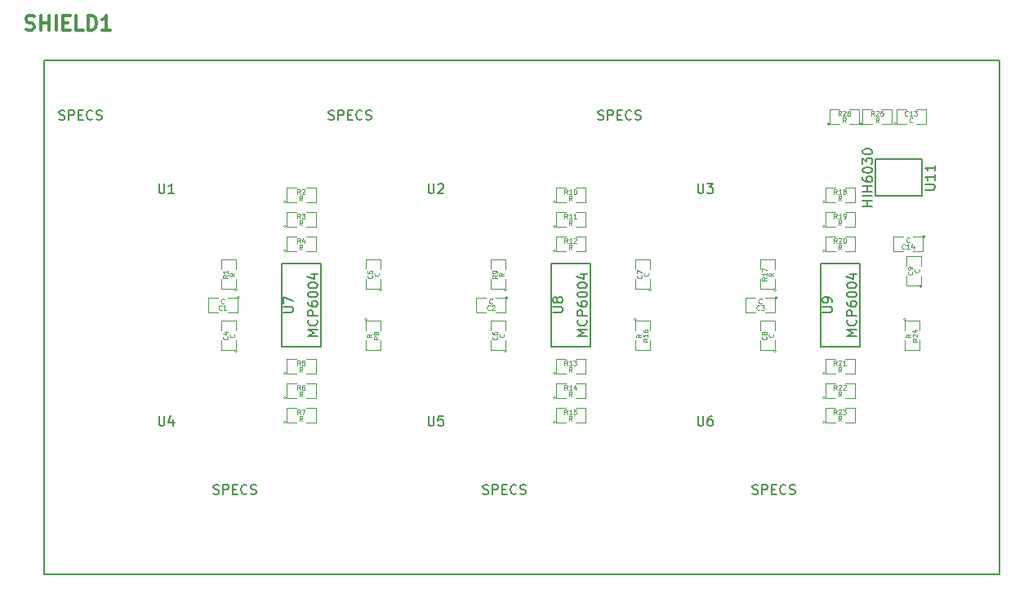
<source format=gto>
G04 #@! TF.GenerationSoftware,KiCad,Pcbnew,(5.0.0)*
G04 #@! TF.CreationDate,2019-04-25T23:48:33-07:00*
G04 #@! TF.ProjectId,Arduino_Mega_6x,41726475696E6F5F4D6567615F36782E,rev?*
G04 #@! TF.SameCoordinates,Original*
G04 #@! TF.FileFunction,Legend,Top*
G04 #@! TF.FilePolarity,Positive*
%FSLAX46Y46*%
G04 Gerber Fmt 4.6, Leading zero omitted, Abs format (unit mm)*
G04 Created by KiCad (PCBNEW (5.0.0)) date 04/25/19 23:48:33*
%MOMM*%
%LPD*%
G01*
G04 APERTURE LIST*
%ADD10C,0.150000*%
%ADD11C,0.099060*%
%ADD12C,0.304800*%
%ADD13C,0.109220*%
G04 APERTURE END LIST*
D10*
G04 #@! TO.C,SHIELD1*
X196850000Y-87630000D02*
X295910000Y-87630000D01*
X295910000Y-34290000D02*
X196850000Y-34290000D01*
X295910000Y-87630000D02*
X295910000Y-84074000D01*
X295910000Y-84074000D02*
X295910000Y-34290000D01*
X196850000Y-34290000D02*
X196850000Y-87630000D01*
G04 #@! TO.C,U9*
X281432000Y-64008000D02*
X277368000Y-64008000D01*
X277368000Y-64008000D02*
X277368000Y-55372000D01*
X277368000Y-55372000D02*
X281432000Y-55372000D01*
X281432000Y-55372000D02*
X281432000Y-64008000D01*
G04 #@! TO.C,U7*
X225552000Y-64008000D02*
X221488000Y-64008000D01*
X221488000Y-64008000D02*
X221488000Y-55372000D01*
X221488000Y-55372000D02*
X225552000Y-55372000D01*
X225552000Y-55372000D02*
X225552000Y-64008000D01*
G04 #@! TO.C,U8*
X253492000Y-64008000D02*
X249428000Y-64008000D01*
X249428000Y-64008000D02*
X249428000Y-55372000D01*
X249428000Y-55372000D02*
X253492000Y-55372000D01*
X253492000Y-55372000D02*
X253492000Y-64008000D01*
D11*
G04 #@! TO.C,R1*
X216916000Y-58166000D02*
G75*
G03X216916000Y-58166000I-127000J0D01*
G01*
X216789000Y-57023000D02*
X216789000Y-58039000D01*
X216789000Y-58039000D02*
X215265000Y-58039000D01*
X215265000Y-58039000D02*
X215265000Y-57023000D01*
X215265000Y-56007000D02*
X215265000Y-54991000D01*
X215265000Y-54991000D02*
X216789000Y-54991000D01*
X216789000Y-54991000D02*
X216789000Y-56007000D01*
G04 #@! TO.C,R8*
X230378000Y-61214000D02*
G75*
G03X230378000Y-61214000I-127000J0D01*
G01*
X230251000Y-62357000D02*
X230251000Y-61341000D01*
X230251000Y-61341000D02*
X231775000Y-61341000D01*
X231775000Y-61341000D02*
X231775000Y-62357000D01*
X231775000Y-63373000D02*
X231775000Y-64389000D01*
X231775000Y-64389000D02*
X230251000Y-64389000D01*
X230251000Y-64389000D02*
X230251000Y-63373000D01*
G04 #@! TO.C,R3*
X221996000Y-51562000D02*
G75*
G03X221996000Y-51562000I-127000J0D01*
G01*
X223012000Y-51562000D02*
X221996000Y-51562000D01*
X221996000Y-51562000D02*
X221996000Y-50038000D01*
X221996000Y-50038000D02*
X223012000Y-50038000D01*
X224028000Y-50038000D02*
X225044000Y-50038000D01*
X225044000Y-50038000D02*
X225044000Y-51562000D01*
X225044000Y-51562000D02*
X224028000Y-51562000D01*
G04 #@! TO.C,R4*
X221996000Y-54102000D02*
G75*
G03X221996000Y-54102000I-127000J0D01*
G01*
X223012000Y-54102000D02*
X221996000Y-54102000D01*
X221996000Y-54102000D02*
X221996000Y-52578000D01*
X221996000Y-52578000D02*
X223012000Y-52578000D01*
X224028000Y-52578000D02*
X225044000Y-52578000D01*
X225044000Y-52578000D02*
X225044000Y-54102000D01*
X225044000Y-54102000D02*
X224028000Y-54102000D01*
G04 #@! TO.C,R2*
X221996000Y-49022000D02*
G75*
G03X221996000Y-49022000I-127000J0D01*
G01*
X223012000Y-49022000D02*
X221996000Y-49022000D01*
X221996000Y-49022000D02*
X221996000Y-47498000D01*
X221996000Y-47498000D02*
X223012000Y-47498000D01*
X224028000Y-47498000D02*
X225044000Y-47498000D01*
X225044000Y-47498000D02*
X225044000Y-49022000D01*
X225044000Y-49022000D02*
X224028000Y-49022000D01*
G04 #@! TO.C,R6*
X221996000Y-69342000D02*
G75*
G03X221996000Y-69342000I-127000J0D01*
G01*
X223012000Y-69342000D02*
X221996000Y-69342000D01*
X221996000Y-69342000D02*
X221996000Y-67818000D01*
X221996000Y-67818000D02*
X223012000Y-67818000D01*
X224028000Y-67818000D02*
X225044000Y-67818000D01*
X225044000Y-67818000D02*
X225044000Y-69342000D01*
X225044000Y-69342000D02*
X224028000Y-69342000D01*
G04 #@! TO.C,R5*
X221996000Y-66802000D02*
G75*
G03X221996000Y-66802000I-127000J0D01*
G01*
X223012000Y-66802000D02*
X221996000Y-66802000D01*
X221996000Y-66802000D02*
X221996000Y-65278000D01*
X221996000Y-65278000D02*
X223012000Y-65278000D01*
X224028000Y-65278000D02*
X225044000Y-65278000D01*
X225044000Y-65278000D02*
X225044000Y-66802000D01*
X225044000Y-66802000D02*
X224028000Y-66802000D01*
G04 #@! TO.C,R7*
X221996000Y-71882000D02*
G75*
G03X221996000Y-71882000I-127000J0D01*
G01*
X223012000Y-71882000D02*
X221996000Y-71882000D01*
X221996000Y-71882000D02*
X221996000Y-70358000D01*
X221996000Y-70358000D02*
X223012000Y-70358000D01*
X224028000Y-70358000D02*
X225044000Y-70358000D01*
X225044000Y-70358000D02*
X225044000Y-71882000D01*
X225044000Y-71882000D02*
X224028000Y-71882000D01*
G04 #@! TO.C,R9*
X244856000Y-58166000D02*
G75*
G03X244856000Y-58166000I-127000J0D01*
G01*
X244729000Y-57023000D02*
X244729000Y-58039000D01*
X244729000Y-58039000D02*
X243205000Y-58039000D01*
X243205000Y-58039000D02*
X243205000Y-57023000D01*
X243205000Y-56007000D02*
X243205000Y-54991000D01*
X243205000Y-54991000D02*
X244729000Y-54991000D01*
X244729000Y-54991000D02*
X244729000Y-56007000D01*
G04 #@! TO.C,R16*
X258318000Y-61214000D02*
G75*
G03X258318000Y-61214000I-127000J0D01*
G01*
X258191000Y-62357000D02*
X258191000Y-61341000D01*
X258191000Y-61341000D02*
X259715000Y-61341000D01*
X259715000Y-61341000D02*
X259715000Y-62357000D01*
X259715000Y-63373000D02*
X259715000Y-64389000D01*
X259715000Y-64389000D02*
X258191000Y-64389000D01*
X258191000Y-64389000D02*
X258191000Y-63373000D01*
G04 #@! TO.C,R11*
X249936000Y-51562000D02*
G75*
G03X249936000Y-51562000I-127000J0D01*
G01*
X250952000Y-51562000D02*
X249936000Y-51562000D01*
X249936000Y-51562000D02*
X249936000Y-50038000D01*
X249936000Y-50038000D02*
X250952000Y-50038000D01*
X251968000Y-50038000D02*
X252984000Y-50038000D01*
X252984000Y-50038000D02*
X252984000Y-51562000D01*
X252984000Y-51562000D02*
X251968000Y-51562000D01*
G04 #@! TO.C,R12*
X249936000Y-54102000D02*
G75*
G03X249936000Y-54102000I-127000J0D01*
G01*
X250952000Y-54102000D02*
X249936000Y-54102000D01*
X249936000Y-54102000D02*
X249936000Y-52578000D01*
X249936000Y-52578000D02*
X250952000Y-52578000D01*
X251968000Y-52578000D02*
X252984000Y-52578000D01*
X252984000Y-52578000D02*
X252984000Y-54102000D01*
X252984000Y-54102000D02*
X251968000Y-54102000D01*
G04 #@! TO.C,R10*
X249936000Y-49022000D02*
G75*
G03X249936000Y-49022000I-127000J0D01*
G01*
X250952000Y-49022000D02*
X249936000Y-49022000D01*
X249936000Y-49022000D02*
X249936000Y-47498000D01*
X249936000Y-47498000D02*
X250952000Y-47498000D01*
X251968000Y-47498000D02*
X252984000Y-47498000D01*
X252984000Y-47498000D02*
X252984000Y-49022000D01*
X252984000Y-49022000D02*
X251968000Y-49022000D01*
G04 #@! TO.C,R14*
X249936000Y-69342000D02*
G75*
G03X249936000Y-69342000I-127000J0D01*
G01*
X250952000Y-69342000D02*
X249936000Y-69342000D01*
X249936000Y-69342000D02*
X249936000Y-67818000D01*
X249936000Y-67818000D02*
X250952000Y-67818000D01*
X251968000Y-67818000D02*
X252984000Y-67818000D01*
X252984000Y-67818000D02*
X252984000Y-69342000D01*
X252984000Y-69342000D02*
X251968000Y-69342000D01*
G04 #@! TO.C,R13*
X249936000Y-66802000D02*
G75*
G03X249936000Y-66802000I-127000J0D01*
G01*
X250952000Y-66802000D02*
X249936000Y-66802000D01*
X249936000Y-66802000D02*
X249936000Y-65278000D01*
X249936000Y-65278000D02*
X250952000Y-65278000D01*
X251968000Y-65278000D02*
X252984000Y-65278000D01*
X252984000Y-65278000D02*
X252984000Y-66802000D01*
X252984000Y-66802000D02*
X251968000Y-66802000D01*
G04 #@! TO.C,R15*
X249936000Y-71882000D02*
G75*
G03X249936000Y-71882000I-127000J0D01*
G01*
X250952000Y-71882000D02*
X249936000Y-71882000D01*
X249936000Y-71882000D02*
X249936000Y-70358000D01*
X249936000Y-70358000D02*
X250952000Y-70358000D01*
X251968000Y-70358000D02*
X252984000Y-70358000D01*
X252984000Y-70358000D02*
X252984000Y-71882000D01*
X252984000Y-71882000D02*
X251968000Y-71882000D01*
G04 #@! TO.C,R17*
X272796000Y-58166000D02*
G75*
G03X272796000Y-58166000I-127000J0D01*
G01*
X272669000Y-57023000D02*
X272669000Y-58039000D01*
X272669000Y-58039000D02*
X271145000Y-58039000D01*
X271145000Y-58039000D02*
X271145000Y-57023000D01*
X271145000Y-56007000D02*
X271145000Y-54991000D01*
X271145000Y-54991000D02*
X272669000Y-54991000D01*
X272669000Y-54991000D02*
X272669000Y-56007000D01*
G04 #@! TO.C,R24*
X286258000Y-61214000D02*
G75*
G03X286258000Y-61214000I-127000J0D01*
G01*
X286131000Y-62357000D02*
X286131000Y-61341000D01*
X286131000Y-61341000D02*
X287655000Y-61341000D01*
X287655000Y-61341000D02*
X287655000Y-62357000D01*
X287655000Y-63373000D02*
X287655000Y-64389000D01*
X287655000Y-64389000D02*
X286131000Y-64389000D01*
X286131000Y-64389000D02*
X286131000Y-63373000D01*
G04 #@! TO.C,R19*
X277876000Y-51562000D02*
G75*
G03X277876000Y-51562000I-127000J0D01*
G01*
X278892000Y-51562000D02*
X277876000Y-51562000D01*
X277876000Y-51562000D02*
X277876000Y-50038000D01*
X277876000Y-50038000D02*
X278892000Y-50038000D01*
X279908000Y-50038000D02*
X280924000Y-50038000D01*
X280924000Y-50038000D02*
X280924000Y-51562000D01*
X280924000Y-51562000D02*
X279908000Y-51562000D01*
G04 #@! TO.C,R20*
X277876000Y-54102000D02*
G75*
G03X277876000Y-54102000I-127000J0D01*
G01*
X278892000Y-54102000D02*
X277876000Y-54102000D01*
X277876000Y-54102000D02*
X277876000Y-52578000D01*
X277876000Y-52578000D02*
X278892000Y-52578000D01*
X279908000Y-52578000D02*
X280924000Y-52578000D01*
X280924000Y-52578000D02*
X280924000Y-54102000D01*
X280924000Y-54102000D02*
X279908000Y-54102000D01*
G04 #@! TO.C,R18*
X277876000Y-49022000D02*
G75*
G03X277876000Y-49022000I-127000J0D01*
G01*
X278892000Y-49022000D02*
X277876000Y-49022000D01*
X277876000Y-49022000D02*
X277876000Y-47498000D01*
X277876000Y-47498000D02*
X278892000Y-47498000D01*
X279908000Y-47498000D02*
X280924000Y-47498000D01*
X280924000Y-47498000D02*
X280924000Y-49022000D01*
X280924000Y-49022000D02*
X279908000Y-49022000D01*
G04 #@! TO.C,R22*
X277876000Y-69342000D02*
G75*
G03X277876000Y-69342000I-127000J0D01*
G01*
X278892000Y-69342000D02*
X277876000Y-69342000D01*
X277876000Y-69342000D02*
X277876000Y-67818000D01*
X277876000Y-67818000D02*
X278892000Y-67818000D01*
X279908000Y-67818000D02*
X280924000Y-67818000D01*
X280924000Y-67818000D02*
X280924000Y-69342000D01*
X280924000Y-69342000D02*
X279908000Y-69342000D01*
G04 #@! TO.C,R21*
X277876000Y-66802000D02*
G75*
G03X277876000Y-66802000I-127000J0D01*
G01*
X278892000Y-66802000D02*
X277876000Y-66802000D01*
X277876000Y-66802000D02*
X277876000Y-65278000D01*
X277876000Y-65278000D02*
X278892000Y-65278000D01*
X279908000Y-65278000D02*
X280924000Y-65278000D01*
X280924000Y-65278000D02*
X280924000Y-66802000D01*
X280924000Y-66802000D02*
X279908000Y-66802000D01*
G04 #@! TO.C,R23*
X277876000Y-71882000D02*
G75*
G03X277876000Y-71882000I-127000J0D01*
G01*
X278892000Y-71882000D02*
X277876000Y-71882000D01*
X277876000Y-71882000D02*
X277876000Y-70358000D01*
X277876000Y-70358000D02*
X278892000Y-70358000D01*
X279908000Y-70358000D02*
X280924000Y-70358000D01*
X280924000Y-70358000D02*
X280924000Y-71882000D01*
X280924000Y-71882000D02*
X279908000Y-71882000D01*
G04 #@! TO.C,C1*
X217170000Y-58928000D02*
G75*
G03X217170000Y-58928000I-127000J0D01*
G01*
X215900000Y-58928000D02*
X216916000Y-58928000D01*
X216916000Y-58928000D02*
X216916000Y-60452000D01*
X216916000Y-60452000D02*
X215900000Y-60452000D01*
X214884000Y-60452000D02*
X213868000Y-60452000D01*
X213868000Y-60452000D02*
X213868000Y-58928000D01*
X213868000Y-58928000D02*
X214884000Y-58928000D01*
G04 #@! TO.C,C2*
X244983000Y-58928000D02*
G75*
G03X244983000Y-58928000I-127000J0D01*
G01*
X243713000Y-58928000D02*
X244729000Y-58928000D01*
X244729000Y-58928000D02*
X244729000Y-60452000D01*
X244729000Y-60452000D02*
X243713000Y-60452000D01*
X242697000Y-60452000D02*
X241681000Y-60452000D01*
X241681000Y-60452000D02*
X241681000Y-58928000D01*
X241681000Y-58928000D02*
X242697000Y-58928000D01*
G04 #@! TO.C,C3*
X272923000Y-58928000D02*
G75*
G03X272923000Y-58928000I-127000J0D01*
G01*
X271653000Y-58928000D02*
X272669000Y-58928000D01*
X272669000Y-58928000D02*
X272669000Y-60452000D01*
X272669000Y-60452000D02*
X271653000Y-60452000D01*
X270637000Y-60452000D02*
X269621000Y-60452000D01*
X269621000Y-60452000D02*
X269621000Y-58928000D01*
X269621000Y-58928000D02*
X270637000Y-58928000D01*
G04 #@! TO.C,C5*
X231902000Y-58166000D02*
G75*
G03X231902000Y-58166000I-127000J0D01*
G01*
X231775000Y-57023000D02*
X231775000Y-58039000D01*
X231775000Y-58039000D02*
X230251000Y-58039000D01*
X230251000Y-58039000D02*
X230251000Y-57023000D01*
X230251000Y-56007000D02*
X230251000Y-54991000D01*
X230251000Y-54991000D02*
X231775000Y-54991000D01*
X231775000Y-54991000D02*
X231775000Y-56007000D01*
G04 #@! TO.C,C4*
X216916000Y-64516000D02*
G75*
G03X216916000Y-64516000I-127000J0D01*
G01*
X216789000Y-63373000D02*
X216789000Y-64389000D01*
X216789000Y-64389000D02*
X215265000Y-64389000D01*
X215265000Y-64389000D02*
X215265000Y-63373000D01*
X215265000Y-62357000D02*
X215265000Y-61341000D01*
X215265000Y-61341000D02*
X216789000Y-61341000D01*
X216789000Y-61341000D02*
X216789000Y-62357000D01*
G04 #@! TO.C,C6*
X244856000Y-64516000D02*
G75*
G03X244856000Y-64516000I-127000J0D01*
G01*
X244729000Y-63373000D02*
X244729000Y-64389000D01*
X244729000Y-64389000D02*
X243205000Y-64389000D01*
X243205000Y-64389000D02*
X243205000Y-63373000D01*
X243205000Y-62357000D02*
X243205000Y-61341000D01*
X243205000Y-61341000D02*
X244729000Y-61341000D01*
X244729000Y-61341000D02*
X244729000Y-62357000D01*
G04 #@! TO.C,C8*
X272796000Y-64516000D02*
G75*
G03X272796000Y-64516000I-127000J0D01*
G01*
X272669000Y-63373000D02*
X272669000Y-64389000D01*
X272669000Y-64389000D02*
X271145000Y-64389000D01*
X271145000Y-64389000D02*
X271145000Y-63373000D01*
X271145000Y-62357000D02*
X271145000Y-61341000D01*
X271145000Y-61341000D02*
X272669000Y-61341000D01*
X272669000Y-61341000D02*
X272669000Y-62357000D01*
G04 #@! TO.C,C9*
X287909000Y-57785000D02*
G75*
G03X287909000Y-57785000I-127000J0D01*
G01*
X287782000Y-56642000D02*
X287782000Y-57658000D01*
X287782000Y-57658000D02*
X286258000Y-57658000D01*
X286258000Y-57658000D02*
X286258000Y-56642000D01*
X286258000Y-55626000D02*
X286258000Y-54610000D01*
X286258000Y-54610000D02*
X287782000Y-54610000D01*
X287782000Y-54610000D02*
X287782000Y-55626000D01*
G04 #@! TO.C,C7*
X259842000Y-58166000D02*
G75*
G03X259842000Y-58166000I-127000J0D01*
G01*
X259715000Y-57023000D02*
X259715000Y-58039000D01*
X259715000Y-58039000D02*
X258191000Y-58039000D01*
X258191000Y-58039000D02*
X258191000Y-57023000D01*
X258191000Y-56007000D02*
X258191000Y-54991000D01*
X258191000Y-54991000D02*
X259715000Y-54991000D01*
X259715000Y-54991000D02*
X259715000Y-56007000D01*
D10*
G04 #@! TO.C,U11*
X283096000Y-48382000D02*
X283096000Y-44582000D01*
X283096000Y-44582000D02*
X287896000Y-44582000D01*
X287896000Y-44582000D02*
X287896000Y-48382000D01*
X287896000Y-48382000D02*
X283096000Y-48382000D01*
D11*
G04 #@! TO.C,C13*
X285242000Y-40894000D02*
G75*
G03X285242000Y-40894000I-127000J0D01*
G01*
X286258000Y-40894000D02*
X285242000Y-40894000D01*
X285242000Y-40894000D02*
X285242000Y-39370000D01*
X285242000Y-39370000D02*
X286258000Y-39370000D01*
X287274000Y-39370000D02*
X288290000Y-39370000D01*
X288290000Y-39370000D02*
X288290000Y-40894000D01*
X288290000Y-40894000D02*
X287274000Y-40894000D01*
G04 #@! TO.C,C14*
X288226000Y-52578000D02*
G75*
G03X288226000Y-52578000I-127000J0D01*
G01*
X286956000Y-52578000D02*
X287972000Y-52578000D01*
X287972000Y-52578000D02*
X287972000Y-54102000D01*
X287972000Y-54102000D02*
X286956000Y-54102000D01*
X285940000Y-54102000D02*
X284924000Y-54102000D01*
X284924000Y-54102000D02*
X284924000Y-52578000D01*
X284924000Y-52578000D02*
X285940000Y-52578000D01*
G04 #@! TO.C,R25*
X281750000Y-40894000D02*
G75*
G03X281750000Y-40894000I-127000J0D01*
G01*
X282766000Y-40894000D02*
X281750000Y-40894000D01*
X281750000Y-40894000D02*
X281750000Y-39370000D01*
X281750000Y-39370000D02*
X282766000Y-39370000D01*
X283782000Y-39370000D02*
X284798000Y-39370000D01*
X284798000Y-39370000D02*
X284798000Y-40894000D01*
X284798000Y-40894000D02*
X283782000Y-40894000D01*
G04 #@! TO.C,R26*
X278320000Y-40894000D02*
G75*
G03X278320000Y-40894000I-127000J0D01*
G01*
X279336000Y-40894000D02*
X278320000Y-40894000D01*
X278320000Y-40894000D02*
X278320000Y-39370000D01*
X278320000Y-39370000D02*
X279336000Y-39370000D01*
X280352000Y-39370000D02*
X281368000Y-39370000D01*
X281368000Y-39370000D02*
X281368000Y-40894000D01*
X281368000Y-40894000D02*
X280352000Y-40894000D01*
G04 #@! TO.C,SHIELD1*
D12*
X194999428Y-31096857D02*
X195217142Y-31169428D01*
X195580000Y-31169428D01*
X195725142Y-31096857D01*
X195797714Y-31024285D01*
X195870285Y-30879142D01*
X195870285Y-30734000D01*
X195797714Y-30588857D01*
X195725142Y-30516285D01*
X195580000Y-30443714D01*
X195289714Y-30371142D01*
X195144571Y-30298571D01*
X195072000Y-30226000D01*
X194999428Y-30080857D01*
X194999428Y-29935714D01*
X195072000Y-29790571D01*
X195144571Y-29718000D01*
X195289714Y-29645428D01*
X195652571Y-29645428D01*
X195870285Y-29718000D01*
X196523428Y-31169428D02*
X196523428Y-29645428D01*
X196523428Y-30371142D02*
X197394285Y-30371142D01*
X197394285Y-31169428D02*
X197394285Y-29645428D01*
X198120000Y-31169428D02*
X198120000Y-29645428D01*
X198845714Y-30371142D02*
X199353714Y-30371142D01*
X199571428Y-31169428D02*
X198845714Y-31169428D01*
X198845714Y-29645428D01*
X199571428Y-29645428D01*
X200950285Y-31169428D02*
X200224571Y-31169428D01*
X200224571Y-29645428D01*
X201458285Y-31169428D02*
X201458285Y-29645428D01*
X201821142Y-29645428D01*
X202038857Y-29718000D01*
X202184000Y-29863142D01*
X202256571Y-30008285D01*
X202329142Y-30298571D01*
X202329142Y-30516285D01*
X202256571Y-30806571D01*
X202184000Y-30951714D01*
X202038857Y-31096857D01*
X201821142Y-31169428D01*
X201458285Y-31169428D01*
X203780571Y-31169428D02*
X202909714Y-31169428D01*
X203345142Y-31169428D02*
X203345142Y-29645428D01*
X203200000Y-29863142D01*
X203054857Y-30008285D01*
X202909714Y-30080857D01*
G04 #@! TO.C,U1*
D10*
X208788095Y-47077380D02*
X208788095Y-47886904D01*
X208835714Y-47982142D01*
X208883333Y-48029761D01*
X208978571Y-48077380D01*
X209169047Y-48077380D01*
X209264285Y-48029761D01*
X209311904Y-47982142D01*
X209359523Y-47886904D01*
X209359523Y-47077380D01*
X210359523Y-48077380D02*
X209788095Y-48077380D01*
X210073809Y-48077380D02*
X210073809Y-47077380D01*
X209978571Y-47220238D01*
X209883333Y-47315476D01*
X209788095Y-47363095D01*
X198445714Y-40409761D02*
X198588571Y-40457380D01*
X198826666Y-40457380D01*
X198921904Y-40409761D01*
X198969523Y-40362142D01*
X199017142Y-40266904D01*
X199017142Y-40171666D01*
X198969523Y-40076428D01*
X198921904Y-40028809D01*
X198826666Y-39981190D01*
X198636190Y-39933571D01*
X198540952Y-39885952D01*
X198493333Y-39838333D01*
X198445714Y-39743095D01*
X198445714Y-39647857D01*
X198493333Y-39552619D01*
X198540952Y-39505000D01*
X198636190Y-39457380D01*
X198874285Y-39457380D01*
X199017142Y-39505000D01*
X199445714Y-40457380D02*
X199445714Y-39457380D01*
X199826666Y-39457380D01*
X199921904Y-39505000D01*
X199969523Y-39552619D01*
X200017142Y-39647857D01*
X200017142Y-39790714D01*
X199969523Y-39885952D01*
X199921904Y-39933571D01*
X199826666Y-39981190D01*
X199445714Y-39981190D01*
X200445714Y-39933571D02*
X200779047Y-39933571D01*
X200921904Y-40457380D02*
X200445714Y-40457380D01*
X200445714Y-39457380D01*
X200921904Y-39457380D01*
X201921904Y-40362142D02*
X201874285Y-40409761D01*
X201731428Y-40457380D01*
X201636190Y-40457380D01*
X201493333Y-40409761D01*
X201398095Y-40314523D01*
X201350476Y-40219285D01*
X201302857Y-40028809D01*
X201302857Y-39885952D01*
X201350476Y-39695476D01*
X201398095Y-39600238D01*
X201493333Y-39505000D01*
X201636190Y-39457380D01*
X201731428Y-39457380D01*
X201874285Y-39505000D01*
X201921904Y-39552619D01*
X202302857Y-40409761D02*
X202445714Y-40457380D01*
X202683809Y-40457380D01*
X202779047Y-40409761D01*
X202826666Y-40362142D01*
X202874285Y-40266904D01*
X202874285Y-40171666D01*
X202826666Y-40076428D01*
X202779047Y-40028809D01*
X202683809Y-39981190D01*
X202493333Y-39933571D01*
X202398095Y-39885952D01*
X202350476Y-39838333D01*
X202302857Y-39743095D01*
X202302857Y-39647857D01*
X202350476Y-39552619D01*
X202398095Y-39505000D01*
X202493333Y-39457380D01*
X202731428Y-39457380D01*
X202874285Y-39505000D01*
G04 #@! TO.C,U3*
X264668095Y-47077380D02*
X264668095Y-47886904D01*
X264715714Y-47982142D01*
X264763333Y-48029761D01*
X264858571Y-48077380D01*
X265049047Y-48077380D01*
X265144285Y-48029761D01*
X265191904Y-47982142D01*
X265239523Y-47886904D01*
X265239523Y-47077380D01*
X265620476Y-47077380D02*
X266239523Y-47077380D01*
X265906190Y-47458333D01*
X266049047Y-47458333D01*
X266144285Y-47505952D01*
X266191904Y-47553571D01*
X266239523Y-47648809D01*
X266239523Y-47886904D01*
X266191904Y-47982142D01*
X266144285Y-48029761D01*
X266049047Y-48077380D01*
X265763333Y-48077380D01*
X265668095Y-48029761D01*
X265620476Y-47982142D01*
X254325714Y-40409761D02*
X254468571Y-40457380D01*
X254706666Y-40457380D01*
X254801904Y-40409761D01*
X254849523Y-40362142D01*
X254897142Y-40266904D01*
X254897142Y-40171666D01*
X254849523Y-40076428D01*
X254801904Y-40028809D01*
X254706666Y-39981190D01*
X254516190Y-39933571D01*
X254420952Y-39885952D01*
X254373333Y-39838333D01*
X254325714Y-39743095D01*
X254325714Y-39647857D01*
X254373333Y-39552619D01*
X254420952Y-39505000D01*
X254516190Y-39457380D01*
X254754285Y-39457380D01*
X254897142Y-39505000D01*
X255325714Y-40457380D02*
X255325714Y-39457380D01*
X255706666Y-39457380D01*
X255801904Y-39505000D01*
X255849523Y-39552619D01*
X255897142Y-39647857D01*
X255897142Y-39790714D01*
X255849523Y-39885952D01*
X255801904Y-39933571D01*
X255706666Y-39981190D01*
X255325714Y-39981190D01*
X256325714Y-39933571D02*
X256659047Y-39933571D01*
X256801904Y-40457380D02*
X256325714Y-40457380D01*
X256325714Y-39457380D01*
X256801904Y-39457380D01*
X257801904Y-40362142D02*
X257754285Y-40409761D01*
X257611428Y-40457380D01*
X257516190Y-40457380D01*
X257373333Y-40409761D01*
X257278095Y-40314523D01*
X257230476Y-40219285D01*
X257182857Y-40028809D01*
X257182857Y-39885952D01*
X257230476Y-39695476D01*
X257278095Y-39600238D01*
X257373333Y-39505000D01*
X257516190Y-39457380D01*
X257611428Y-39457380D01*
X257754285Y-39505000D01*
X257801904Y-39552619D01*
X258182857Y-40409761D02*
X258325714Y-40457380D01*
X258563809Y-40457380D01*
X258659047Y-40409761D01*
X258706666Y-40362142D01*
X258754285Y-40266904D01*
X258754285Y-40171666D01*
X258706666Y-40076428D01*
X258659047Y-40028809D01*
X258563809Y-39981190D01*
X258373333Y-39933571D01*
X258278095Y-39885952D01*
X258230476Y-39838333D01*
X258182857Y-39743095D01*
X258182857Y-39647857D01*
X258230476Y-39552619D01*
X258278095Y-39505000D01*
X258373333Y-39457380D01*
X258611428Y-39457380D01*
X258754285Y-39505000D01*
G04 #@! TO.C,U2*
X236728095Y-47077380D02*
X236728095Y-47886904D01*
X236775714Y-47982142D01*
X236823333Y-48029761D01*
X236918571Y-48077380D01*
X237109047Y-48077380D01*
X237204285Y-48029761D01*
X237251904Y-47982142D01*
X237299523Y-47886904D01*
X237299523Y-47077380D01*
X237728095Y-47172619D02*
X237775714Y-47125000D01*
X237870952Y-47077380D01*
X238109047Y-47077380D01*
X238204285Y-47125000D01*
X238251904Y-47172619D01*
X238299523Y-47267857D01*
X238299523Y-47363095D01*
X238251904Y-47505952D01*
X237680476Y-48077380D01*
X238299523Y-48077380D01*
X226385714Y-40409761D02*
X226528571Y-40457380D01*
X226766666Y-40457380D01*
X226861904Y-40409761D01*
X226909523Y-40362142D01*
X226957142Y-40266904D01*
X226957142Y-40171666D01*
X226909523Y-40076428D01*
X226861904Y-40028809D01*
X226766666Y-39981190D01*
X226576190Y-39933571D01*
X226480952Y-39885952D01*
X226433333Y-39838333D01*
X226385714Y-39743095D01*
X226385714Y-39647857D01*
X226433333Y-39552619D01*
X226480952Y-39505000D01*
X226576190Y-39457380D01*
X226814285Y-39457380D01*
X226957142Y-39505000D01*
X227385714Y-40457380D02*
X227385714Y-39457380D01*
X227766666Y-39457380D01*
X227861904Y-39505000D01*
X227909523Y-39552619D01*
X227957142Y-39647857D01*
X227957142Y-39790714D01*
X227909523Y-39885952D01*
X227861904Y-39933571D01*
X227766666Y-39981190D01*
X227385714Y-39981190D01*
X228385714Y-39933571D02*
X228719047Y-39933571D01*
X228861904Y-40457380D02*
X228385714Y-40457380D01*
X228385714Y-39457380D01*
X228861904Y-39457380D01*
X229861904Y-40362142D02*
X229814285Y-40409761D01*
X229671428Y-40457380D01*
X229576190Y-40457380D01*
X229433333Y-40409761D01*
X229338095Y-40314523D01*
X229290476Y-40219285D01*
X229242857Y-40028809D01*
X229242857Y-39885952D01*
X229290476Y-39695476D01*
X229338095Y-39600238D01*
X229433333Y-39505000D01*
X229576190Y-39457380D01*
X229671428Y-39457380D01*
X229814285Y-39505000D01*
X229861904Y-39552619D01*
X230242857Y-40409761D02*
X230385714Y-40457380D01*
X230623809Y-40457380D01*
X230719047Y-40409761D01*
X230766666Y-40362142D01*
X230814285Y-40266904D01*
X230814285Y-40171666D01*
X230766666Y-40076428D01*
X230719047Y-40028809D01*
X230623809Y-39981190D01*
X230433333Y-39933571D01*
X230338095Y-39885952D01*
X230290476Y-39838333D01*
X230242857Y-39743095D01*
X230242857Y-39647857D01*
X230290476Y-39552619D01*
X230338095Y-39505000D01*
X230433333Y-39457380D01*
X230671428Y-39457380D01*
X230814285Y-39505000D01*
G04 #@! TO.C,U4*
X208788095Y-71207380D02*
X208788095Y-72016904D01*
X208835714Y-72112142D01*
X208883333Y-72159761D01*
X208978571Y-72207380D01*
X209169047Y-72207380D01*
X209264285Y-72159761D01*
X209311904Y-72112142D01*
X209359523Y-72016904D01*
X209359523Y-71207380D01*
X210264285Y-71540714D02*
X210264285Y-72207380D01*
X210026190Y-71159761D02*
X209788095Y-71874047D01*
X210407142Y-71874047D01*
X214447714Y-79271761D02*
X214590571Y-79319380D01*
X214828666Y-79319380D01*
X214923904Y-79271761D01*
X214971523Y-79224142D01*
X215019142Y-79128904D01*
X215019142Y-79033666D01*
X214971523Y-78938428D01*
X214923904Y-78890809D01*
X214828666Y-78843190D01*
X214638190Y-78795571D01*
X214542952Y-78747952D01*
X214495333Y-78700333D01*
X214447714Y-78605095D01*
X214447714Y-78509857D01*
X214495333Y-78414619D01*
X214542952Y-78367000D01*
X214638190Y-78319380D01*
X214876285Y-78319380D01*
X215019142Y-78367000D01*
X215447714Y-79319380D02*
X215447714Y-78319380D01*
X215828666Y-78319380D01*
X215923904Y-78367000D01*
X215971523Y-78414619D01*
X216019142Y-78509857D01*
X216019142Y-78652714D01*
X215971523Y-78747952D01*
X215923904Y-78795571D01*
X215828666Y-78843190D01*
X215447714Y-78843190D01*
X216447714Y-78795571D02*
X216781047Y-78795571D01*
X216923904Y-79319380D02*
X216447714Y-79319380D01*
X216447714Y-78319380D01*
X216923904Y-78319380D01*
X217923904Y-79224142D02*
X217876285Y-79271761D01*
X217733428Y-79319380D01*
X217638190Y-79319380D01*
X217495333Y-79271761D01*
X217400095Y-79176523D01*
X217352476Y-79081285D01*
X217304857Y-78890809D01*
X217304857Y-78747952D01*
X217352476Y-78557476D01*
X217400095Y-78462238D01*
X217495333Y-78367000D01*
X217638190Y-78319380D01*
X217733428Y-78319380D01*
X217876285Y-78367000D01*
X217923904Y-78414619D01*
X218304857Y-79271761D02*
X218447714Y-79319380D01*
X218685809Y-79319380D01*
X218781047Y-79271761D01*
X218828666Y-79224142D01*
X218876285Y-79128904D01*
X218876285Y-79033666D01*
X218828666Y-78938428D01*
X218781047Y-78890809D01*
X218685809Y-78843190D01*
X218495333Y-78795571D01*
X218400095Y-78747952D01*
X218352476Y-78700333D01*
X218304857Y-78605095D01*
X218304857Y-78509857D01*
X218352476Y-78414619D01*
X218400095Y-78367000D01*
X218495333Y-78319380D01*
X218733428Y-78319380D01*
X218876285Y-78367000D01*
G04 #@! TO.C,U5*
X236728095Y-71207380D02*
X236728095Y-72016904D01*
X236775714Y-72112142D01*
X236823333Y-72159761D01*
X236918571Y-72207380D01*
X237109047Y-72207380D01*
X237204285Y-72159761D01*
X237251904Y-72112142D01*
X237299523Y-72016904D01*
X237299523Y-71207380D01*
X238251904Y-71207380D02*
X237775714Y-71207380D01*
X237728095Y-71683571D01*
X237775714Y-71635952D01*
X237870952Y-71588333D01*
X238109047Y-71588333D01*
X238204285Y-71635952D01*
X238251904Y-71683571D01*
X238299523Y-71778809D01*
X238299523Y-72016904D01*
X238251904Y-72112142D01*
X238204285Y-72159761D01*
X238109047Y-72207380D01*
X237870952Y-72207380D01*
X237775714Y-72159761D01*
X237728095Y-72112142D01*
X242387714Y-79271761D02*
X242530571Y-79319380D01*
X242768666Y-79319380D01*
X242863904Y-79271761D01*
X242911523Y-79224142D01*
X242959142Y-79128904D01*
X242959142Y-79033666D01*
X242911523Y-78938428D01*
X242863904Y-78890809D01*
X242768666Y-78843190D01*
X242578190Y-78795571D01*
X242482952Y-78747952D01*
X242435333Y-78700333D01*
X242387714Y-78605095D01*
X242387714Y-78509857D01*
X242435333Y-78414619D01*
X242482952Y-78367000D01*
X242578190Y-78319380D01*
X242816285Y-78319380D01*
X242959142Y-78367000D01*
X243387714Y-79319380D02*
X243387714Y-78319380D01*
X243768666Y-78319380D01*
X243863904Y-78367000D01*
X243911523Y-78414619D01*
X243959142Y-78509857D01*
X243959142Y-78652714D01*
X243911523Y-78747952D01*
X243863904Y-78795571D01*
X243768666Y-78843190D01*
X243387714Y-78843190D01*
X244387714Y-78795571D02*
X244721047Y-78795571D01*
X244863904Y-79319380D02*
X244387714Y-79319380D01*
X244387714Y-78319380D01*
X244863904Y-78319380D01*
X245863904Y-79224142D02*
X245816285Y-79271761D01*
X245673428Y-79319380D01*
X245578190Y-79319380D01*
X245435333Y-79271761D01*
X245340095Y-79176523D01*
X245292476Y-79081285D01*
X245244857Y-78890809D01*
X245244857Y-78747952D01*
X245292476Y-78557476D01*
X245340095Y-78462238D01*
X245435333Y-78367000D01*
X245578190Y-78319380D01*
X245673428Y-78319380D01*
X245816285Y-78367000D01*
X245863904Y-78414619D01*
X246244857Y-79271761D02*
X246387714Y-79319380D01*
X246625809Y-79319380D01*
X246721047Y-79271761D01*
X246768666Y-79224142D01*
X246816285Y-79128904D01*
X246816285Y-79033666D01*
X246768666Y-78938428D01*
X246721047Y-78890809D01*
X246625809Y-78843190D01*
X246435333Y-78795571D01*
X246340095Y-78747952D01*
X246292476Y-78700333D01*
X246244857Y-78605095D01*
X246244857Y-78509857D01*
X246292476Y-78414619D01*
X246340095Y-78367000D01*
X246435333Y-78319380D01*
X246673428Y-78319380D01*
X246816285Y-78367000D01*
G04 #@! TO.C,U6*
X264668095Y-71207380D02*
X264668095Y-72016904D01*
X264715714Y-72112142D01*
X264763333Y-72159761D01*
X264858571Y-72207380D01*
X265049047Y-72207380D01*
X265144285Y-72159761D01*
X265191904Y-72112142D01*
X265239523Y-72016904D01*
X265239523Y-71207380D01*
X266144285Y-71207380D02*
X265953809Y-71207380D01*
X265858571Y-71255000D01*
X265810952Y-71302619D01*
X265715714Y-71445476D01*
X265668095Y-71635952D01*
X265668095Y-72016904D01*
X265715714Y-72112142D01*
X265763333Y-72159761D01*
X265858571Y-72207380D01*
X266049047Y-72207380D01*
X266144285Y-72159761D01*
X266191904Y-72112142D01*
X266239523Y-72016904D01*
X266239523Y-71778809D01*
X266191904Y-71683571D01*
X266144285Y-71635952D01*
X266049047Y-71588333D01*
X265858571Y-71588333D01*
X265763333Y-71635952D01*
X265715714Y-71683571D01*
X265668095Y-71778809D01*
X270327714Y-79271761D02*
X270470571Y-79319380D01*
X270708666Y-79319380D01*
X270803904Y-79271761D01*
X270851523Y-79224142D01*
X270899142Y-79128904D01*
X270899142Y-79033666D01*
X270851523Y-78938428D01*
X270803904Y-78890809D01*
X270708666Y-78843190D01*
X270518190Y-78795571D01*
X270422952Y-78747952D01*
X270375333Y-78700333D01*
X270327714Y-78605095D01*
X270327714Y-78509857D01*
X270375333Y-78414619D01*
X270422952Y-78367000D01*
X270518190Y-78319380D01*
X270756285Y-78319380D01*
X270899142Y-78367000D01*
X271327714Y-79319380D02*
X271327714Y-78319380D01*
X271708666Y-78319380D01*
X271803904Y-78367000D01*
X271851523Y-78414619D01*
X271899142Y-78509857D01*
X271899142Y-78652714D01*
X271851523Y-78747952D01*
X271803904Y-78795571D01*
X271708666Y-78843190D01*
X271327714Y-78843190D01*
X272327714Y-78795571D02*
X272661047Y-78795571D01*
X272803904Y-79319380D02*
X272327714Y-79319380D01*
X272327714Y-78319380D01*
X272803904Y-78319380D01*
X273803904Y-79224142D02*
X273756285Y-79271761D01*
X273613428Y-79319380D01*
X273518190Y-79319380D01*
X273375333Y-79271761D01*
X273280095Y-79176523D01*
X273232476Y-79081285D01*
X273184857Y-78890809D01*
X273184857Y-78747952D01*
X273232476Y-78557476D01*
X273280095Y-78462238D01*
X273375333Y-78367000D01*
X273518190Y-78319380D01*
X273613428Y-78319380D01*
X273756285Y-78367000D01*
X273803904Y-78414619D01*
X274184857Y-79271761D02*
X274327714Y-79319380D01*
X274565809Y-79319380D01*
X274661047Y-79271761D01*
X274708666Y-79224142D01*
X274756285Y-79128904D01*
X274756285Y-79033666D01*
X274708666Y-78938428D01*
X274661047Y-78890809D01*
X274565809Y-78843190D01*
X274375333Y-78795571D01*
X274280095Y-78747952D01*
X274232476Y-78700333D01*
X274184857Y-78605095D01*
X274184857Y-78509857D01*
X274232476Y-78414619D01*
X274280095Y-78367000D01*
X274375333Y-78319380D01*
X274613428Y-78319380D01*
X274756285Y-78367000D01*
G04 #@! TO.C,U9*
X277582380Y-60451904D02*
X278391904Y-60451904D01*
X278487142Y-60404285D01*
X278534761Y-60356666D01*
X278582380Y-60261428D01*
X278582380Y-60070952D01*
X278534761Y-59975714D01*
X278487142Y-59928095D01*
X278391904Y-59880476D01*
X277582380Y-59880476D01*
X278582380Y-59356666D02*
X278582380Y-59166190D01*
X278534761Y-59070952D01*
X278487142Y-59023333D01*
X278344285Y-58928095D01*
X278153809Y-58880476D01*
X277772857Y-58880476D01*
X277677619Y-58928095D01*
X277630000Y-58975714D01*
X277582380Y-59070952D01*
X277582380Y-59261428D01*
X277630000Y-59356666D01*
X277677619Y-59404285D01*
X277772857Y-59451904D01*
X278010952Y-59451904D01*
X278106190Y-59404285D01*
X278153809Y-59356666D01*
X278201428Y-59261428D01*
X278201428Y-59070952D01*
X278153809Y-58975714D01*
X278106190Y-58928095D01*
X278010952Y-58880476D01*
X281122380Y-62928095D02*
X280122380Y-62928095D01*
X280836666Y-62594761D01*
X280122380Y-62261428D01*
X281122380Y-62261428D01*
X281027142Y-61213809D02*
X281074761Y-61261428D01*
X281122380Y-61404285D01*
X281122380Y-61499523D01*
X281074761Y-61642380D01*
X280979523Y-61737619D01*
X280884285Y-61785238D01*
X280693809Y-61832857D01*
X280550952Y-61832857D01*
X280360476Y-61785238D01*
X280265238Y-61737619D01*
X280170000Y-61642380D01*
X280122380Y-61499523D01*
X280122380Y-61404285D01*
X280170000Y-61261428D01*
X280217619Y-61213809D01*
X281122380Y-60785238D02*
X280122380Y-60785238D01*
X280122380Y-60404285D01*
X280170000Y-60309047D01*
X280217619Y-60261428D01*
X280312857Y-60213809D01*
X280455714Y-60213809D01*
X280550952Y-60261428D01*
X280598571Y-60309047D01*
X280646190Y-60404285D01*
X280646190Y-60785238D01*
X280122380Y-59356666D02*
X280122380Y-59547142D01*
X280170000Y-59642380D01*
X280217619Y-59690000D01*
X280360476Y-59785238D01*
X280550952Y-59832857D01*
X280931904Y-59832857D01*
X281027142Y-59785238D01*
X281074761Y-59737619D01*
X281122380Y-59642380D01*
X281122380Y-59451904D01*
X281074761Y-59356666D01*
X281027142Y-59309047D01*
X280931904Y-59261428D01*
X280693809Y-59261428D01*
X280598571Y-59309047D01*
X280550952Y-59356666D01*
X280503333Y-59451904D01*
X280503333Y-59642380D01*
X280550952Y-59737619D01*
X280598571Y-59785238D01*
X280693809Y-59832857D01*
X280122380Y-58642380D02*
X280122380Y-58547142D01*
X280170000Y-58451904D01*
X280217619Y-58404285D01*
X280312857Y-58356666D01*
X280503333Y-58309047D01*
X280741428Y-58309047D01*
X280931904Y-58356666D01*
X281027142Y-58404285D01*
X281074761Y-58451904D01*
X281122380Y-58547142D01*
X281122380Y-58642380D01*
X281074761Y-58737619D01*
X281027142Y-58785238D01*
X280931904Y-58832857D01*
X280741428Y-58880476D01*
X280503333Y-58880476D01*
X280312857Y-58832857D01*
X280217619Y-58785238D01*
X280170000Y-58737619D01*
X280122380Y-58642380D01*
X280122380Y-57690000D02*
X280122380Y-57594761D01*
X280170000Y-57499523D01*
X280217619Y-57451904D01*
X280312857Y-57404285D01*
X280503333Y-57356666D01*
X280741428Y-57356666D01*
X280931904Y-57404285D01*
X281027142Y-57451904D01*
X281074761Y-57499523D01*
X281122380Y-57594761D01*
X281122380Y-57690000D01*
X281074761Y-57785238D01*
X281027142Y-57832857D01*
X280931904Y-57880476D01*
X280741428Y-57928095D01*
X280503333Y-57928095D01*
X280312857Y-57880476D01*
X280217619Y-57832857D01*
X280170000Y-57785238D01*
X280122380Y-57690000D01*
X280455714Y-56499523D02*
X281122380Y-56499523D01*
X280074761Y-56737619D02*
X280789047Y-56975714D01*
X280789047Y-56356666D01*
G04 #@! TO.C,U7*
X221702380Y-60451904D02*
X222511904Y-60451904D01*
X222607142Y-60404285D01*
X222654761Y-60356666D01*
X222702380Y-60261428D01*
X222702380Y-60070952D01*
X222654761Y-59975714D01*
X222607142Y-59928095D01*
X222511904Y-59880476D01*
X221702380Y-59880476D01*
X221702380Y-59499523D02*
X221702380Y-58832857D01*
X222702380Y-59261428D01*
X225242380Y-62928095D02*
X224242380Y-62928095D01*
X224956666Y-62594761D01*
X224242380Y-62261428D01*
X225242380Y-62261428D01*
X225147142Y-61213809D02*
X225194761Y-61261428D01*
X225242380Y-61404285D01*
X225242380Y-61499523D01*
X225194761Y-61642380D01*
X225099523Y-61737619D01*
X225004285Y-61785238D01*
X224813809Y-61832857D01*
X224670952Y-61832857D01*
X224480476Y-61785238D01*
X224385238Y-61737619D01*
X224290000Y-61642380D01*
X224242380Y-61499523D01*
X224242380Y-61404285D01*
X224290000Y-61261428D01*
X224337619Y-61213809D01*
X225242380Y-60785238D02*
X224242380Y-60785238D01*
X224242380Y-60404285D01*
X224290000Y-60309047D01*
X224337619Y-60261428D01*
X224432857Y-60213809D01*
X224575714Y-60213809D01*
X224670952Y-60261428D01*
X224718571Y-60309047D01*
X224766190Y-60404285D01*
X224766190Y-60785238D01*
X224242380Y-59356666D02*
X224242380Y-59547142D01*
X224290000Y-59642380D01*
X224337619Y-59690000D01*
X224480476Y-59785238D01*
X224670952Y-59832857D01*
X225051904Y-59832857D01*
X225147142Y-59785238D01*
X225194761Y-59737619D01*
X225242380Y-59642380D01*
X225242380Y-59451904D01*
X225194761Y-59356666D01*
X225147142Y-59309047D01*
X225051904Y-59261428D01*
X224813809Y-59261428D01*
X224718571Y-59309047D01*
X224670952Y-59356666D01*
X224623333Y-59451904D01*
X224623333Y-59642380D01*
X224670952Y-59737619D01*
X224718571Y-59785238D01*
X224813809Y-59832857D01*
X224242380Y-58642380D02*
X224242380Y-58547142D01*
X224290000Y-58451904D01*
X224337619Y-58404285D01*
X224432857Y-58356666D01*
X224623333Y-58309047D01*
X224861428Y-58309047D01*
X225051904Y-58356666D01*
X225147142Y-58404285D01*
X225194761Y-58451904D01*
X225242380Y-58547142D01*
X225242380Y-58642380D01*
X225194761Y-58737619D01*
X225147142Y-58785238D01*
X225051904Y-58832857D01*
X224861428Y-58880476D01*
X224623333Y-58880476D01*
X224432857Y-58832857D01*
X224337619Y-58785238D01*
X224290000Y-58737619D01*
X224242380Y-58642380D01*
X224242380Y-57690000D02*
X224242380Y-57594761D01*
X224290000Y-57499523D01*
X224337619Y-57451904D01*
X224432857Y-57404285D01*
X224623333Y-57356666D01*
X224861428Y-57356666D01*
X225051904Y-57404285D01*
X225147142Y-57451904D01*
X225194761Y-57499523D01*
X225242380Y-57594761D01*
X225242380Y-57690000D01*
X225194761Y-57785238D01*
X225147142Y-57832857D01*
X225051904Y-57880476D01*
X224861428Y-57928095D01*
X224623333Y-57928095D01*
X224432857Y-57880476D01*
X224337619Y-57832857D01*
X224290000Y-57785238D01*
X224242380Y-57690000D01*
X224575714Y-56499523D02*
X225242380Y-56499523D01*
X224194761Y-56737619D02*
X224909047Y-56975714D01*
X224909047Y-56356666D01*
G04 #@! TO.C,U8*
X249642380Y-60451904D02*
X250451904Y-60451904D01*
X250547142Y-60404285D01*
X250594761Y-60356666D01*
X250642380Y-60261428D01*
X250642380Y-60070952D01*
X250594761Y-59975714D01*
X250547142Y-59928095D01*
X250451904Y-59880476D01*
X249642380Y-59880476D01*
X250070952Y-59261428D02*
X250023333Y-59356666D01*
X249975714Y-59404285D01*
X249880476Y-59451904D01*
X249832857Y-59451904D01*
X249737619Y-59404285D01*
X249690000Y-59356666D01*
X249642380Y-59261428D01*
X249642380Y-59070952D01*
X249690000Y-58975714D01*
X249737619Y-58928095D01*
X249832857Y-58880476D01*
X249880476Y-58880476D01*
X249975714Y-58928095D01*
X250023333Y-58975714D01*
X250070952Y-59070952D01*
X250070952Y-59261428D01*
X250118571Y-59356666D01*
X250166190Y-59404285D01*
X250261428Y-59451904D01*
X250451904Y-59451904D01*
X250547142Y-59404285D01*
X250594761Y-59356666D01*
X250642380Y-59261428D01*
X250642380Y-59070952D01*
X250594761Y-58975714D01*
X250547142Y-58928095D01*
X250451904Y-58880476D01*
X250261428Y-58880476D01*
X250166190Y-58928095D01*
X250118571Y-58975714D01*
X250070952Y-59070952D01*
X253182380Y-62928095D02*
X252182380Y-62928095D01*
X252896666Y-62594761D01*
X252182380Y-62261428D01*
X253182380Y-62261428D01*
X253087142Y-61213809D02*
X253134761Y-61261428D01*
X253182380Y-61404285D01*
X253182380Y-61499523D01*
X253134761Y-61642380D01*
X253039523Y-61737619D01*
X252944285Y-61785238D01*
X252753809Y-61832857D01*
X252610952Y-61832857D01*
X252420476Y-61785238D01*
X252325238Y-61737619D01*
X252230000Y-61642380D01*
X252182380Y-61499523D01*
X252182380Y-61404285D01*
X252230000Y-61261428D01*
X252277619Y-61213809D01*
X253182380Y-60785238D02*
X252182380Y-60785238D01*
X252182380Y-60404285D01*
X252230000Y-60309047D01*
X252277619Y-60261428D01*
X252372857Y-60213809D01*
X252515714Y-60213809D01*
X252610952Y-60261428D01*
X252658571Y-60309047D01*
X252706190Y-60404285D01*
X252706190Y-60785238D01*
X252182380Y-59356666D02*
X252182380Y-59547142D01*
X252230000Y-59642380D01*
X252277619Y-59690000D01*
X252420476Y-59785238D01*
X252610952Y-59832857D01*
X252991904Y-59832857D01*
X253087142Y-59785238D01*
X253134761Y-59737619D01*
X253182380Y-59642380D01*
X253182380Y-59451904D01*
X253134761Y-59356666D01*
X253087142Y-59309047D01*
X252991904Y-59261428D01*
X252753809Y-59261428D01*
X252658571Y-59309047D01*
X252610952Y-59356666D01*
X252563333Y-59451904D01*
X252563333Y-59642380D01*
X252610952Y-59737619D01*
X252658571Y-59785238D01*
X252753809Y-59832857D01*
X252182380Y-58642380D02*
X252182380Y-58547142D01*
X252230000Y-58451904D01*
X252277619Y-58404285D01*
X252372857Y-58356666D01*
X252563333Y-58309047D01*
X252801428Y-58309047D01*
X252991904Y-58356666D01*
X253087142Y-58404285D01*
X253134761Y-58451904D01*
X253182380Y-58547142D01*
X253182380Y-58642380D01*
X253134761Y-58737619D01*
X253087142Y-58785238D01*
X252991904Y-58832857D01*
X252801428Y-58880476D01*
X252563333Y-58880476D01*
X252372857Y-58832857D01*
X252277619Y-58785238D01*
X252230000Y-58737619D01*
X252182380Y-58642380D01*
X252182380Y-57690000D02*
X252182380Y-57594761D01*
X252230000Y-57499523D01*
X252277619Y-57451904D01*
X252372857Y-57404285D01*
X252563333Y-57356666D01*
X252801428Y-57356666D01*
X252991904Y-57404285D01*
X253087142Y-57451904D01*
X253134761Y-57499523D01*
X253182380Y-57594761D01*
X253182380Y-57690000D01*
X253134761Y-57785238D01*
X253087142Y-57832857D01*
X252991904Y-57880476D01*
X252801428Y-57928095D01*
X252563333Y-57928095D01*
X252372857Y-57880476D01*
X252277619Y-57832857D01*
X252230000Y-57785238D01*
X252182380Y-57690000D01*
X252515714Y-56499523D02*
X253182380Y-56499523D01*
X252134761Y-56737619D02*
X252849047Y-56975714D01*
X252849047Y-56356666D01*
G04 #@! TO.C,R1*
D13*
X215935862Y-56598396D02*
X215697586Y-56765190D01*
X215935862Y-56884328D02*
X215435482Y-56884328D01*
X215435482Y-56693707D01*
X215459310Y-56646051D01*
X215483137Y-56622224D01*
X215530792Y-56598396D01*
X215602275Y-56598396D01*
X215649930Y-56622224D01*
X215673758Y-56646051D01*
X215697586Y-56693707D01*
X215697586Y-56884328D01*
X215935862Y-56121844D02*
X215935862Y-56407775D01*
X215935862Y-56264810D02*
X215435482Y-56264810D01*
X215506965Y-56312465D01*
X215554620Y-56360120D01*
X215578448Y-56407775D01*
X216634362Y-56360120D02*
X216396086Y-56526913D01*
X216634362Y-56646051D02*
X216133982Y-56646051D01*
X216133982Y-56455430D01*
X216157810Y-56407775D01*
X216181637Y-56383948D01*
X216229292Y-56360120D01*
X216300775Y-56360120D01*
X216348430Y-56383948D01*
X216372258Y-56407775D01*
X216396086Y-56455430D01*
X216396086Y-56646051D01*
G04 #@! TO.C,R8*
X231556862Y-62948396D02*
X231318586Y-63115190D01*
X231556862Y-63234328D02*
X231056482Y-63234328D01*
X231056482Y-63043707D01*
X231080310Y-62996051D01*
X231104137Y-62972224D01*
X231151792Y-62948396D01*
X231223275Y-62948396D01*
X231270930Y-62972224D01*
X231294758Y-62996051D01*
X231318586Y-63043707D01*
X231318586Y-63234328D01*
X231270930Y-62662465D02*
X231247103Y-62710120D01*
X231223275Y-62733948D01*
X231175620Y-62757775D01*
X231151792Y-62757775D01*
X231104137Y-62733948D01*
X231080310Y-62710120D01*
X231056482Y-62662465D01*
X231056482Y-62567154D01*
X231080310Y-62519499D01*
X231104137Y-62495671D01*
X231151792Y-62471844D01*
X231175620Y-62471844D01*
X231223275Y-62495671D01*
X231247103Y-62519499D01*
X231270930Y-62567154D01*
X231270930Y-62662465D01*
X231294758Y-62710120D01*
X231318586Y-62733948D01*
X231366241Y-62757775D01*
X231461551Y-62757775D01*
X231509207Y-62733948D01*
X231533034Y-62710120D01*
X231556862Y-62662465D01*
X231556862Y-62567154D01*
X231533034Y-62519499D01*
X231509207Y-62495671D01*
X231461551Y-62471844D01*
X231366241Y-62471844D01*
X231318586Y-62495671D01*
X231294758Y-62519499D01*
X231270930Y-62567154D01*
X230858362Y-62710120D02*
X230620086Y-62876913D01*
X230858362Y-62996051D02*
X230357982Y-62996051D01*
X230357982Y-62805430D01*
X230381810Y-62757775D01*
X230405637Y-62733948D01*
X230453292Y-62710120D01*
X230524775Y-62710120D01*
X230572430Y-62733948D01*
X230596258Y-62757775D01*
X230620086Y-62805430D01*
X230620086Y-62996051D01*
G04 #@! TO.C,R3*
X223436603Y-50708862D02*
X223269810Y-50470586D01*
X223150671Y-50708862D02*
X223150671Y-50208482D01*
X223341292Y-50208482D01*
X223388948Y-50232310D01*
X223412775Y-50256137D01*
X223436603Y-50303792D01*
X223436603Y-50375275D01*
X223412775Y-50422930D01*
X223388948Y-50446758D01*
X223341292Y-50470586D01*
X223150671Y-50470586D01*
X223603396Y-50208482D02*
X223913155Y-50208482D01*
X223746362Y-50399103D01*
X223817845Y-50399103D01*
X223865500Y-50422930D01*
X223889328Y-50446758D01*
X223913155Y-50494413D01*
X223913155Y-50613551D01*
X223889328Y-50661207D01*
X223865500Y-50685034D01*
X223817845Y-50708862D01*
X223674879Y-50708862D01*
X223627224Y-50685034D01*
X223603396Y-50661207D01*
X223674879Y-51407362D02*
X223508086Y-51169086D01*
X223388948Y-51407362D02*
X223388948Y-50906982D01*
X223579569Y-50906982D01*
X223627224Y-50930810D01*
X223651051Y-50954637D01*
X223674879Y-51002292D01*
X223674879Y-51073775D01*
X223651051Y-51121430D01*
X223627224Y-51145258D01*
X223579569Y-51169086D01*
X223388948Y-51169086D01*
G04 #@! TO.C,R4*
X223436603Y-53248862D02*
X223269810Y-53010586D01*
X223150671Y-53248862D02*
X223150671Y-52748482D01*
X223341292Y-52748482D01*
X223388948Y-52772310D01*
X223412775Y-52796137D01*
X223436603Y-52843792D01*
X223436603Y-52915275D01*
X223412775Y-52962930D01*
X223388948Y-52986758D01*
X223341292Y-53010586D01*
X223150671Y-53010586D01*
X223865500Y-52915275D02*
X223865500Y-53248862D01*
X223746362Y-52724654D02*
X223627224Y-53082069D01*
X223936983Y-53082069D01*
X223674879Y-53947362D02*
X223508086Y-53709086D01*
X223388948Y-53947362D02*
X223388948Y-53446982D01*
X223579569Y-53446982D01*
X223627224Y-53470810D01*
X223651051Y-53494637D01*
X223674879Y-53542292D01*
X223674879Y-53613775D01*
X223651051Y-53661430D01*
X223627224Y-53685258D01*
X223579569Y-53709086D01*
X223388948Y-53709086D01*
G04 #@! TO.C,R2*
X223436603Y-48168862D02*
X223269810Y-47930586D01*
X223150671Y-48168862D02*
X223150671Y-47668482D01*
X223341292Y-47668482D01*
X223388948Y-47692310D01*
X223412775Y-47716137D01*
X223436603Y-47763792D01*
X223436603Y-47835275D01*
X223412775Y-47882930D01*
X223388948Y-47906758D01*
X223341292Y-47930586D01*
X223150671Y-47930586D01*
X223627224Y-47716137D02*
X223651051Y-47692310D01*
X223698707Y-47668482D01*
X223817845Y-47668482D01*
X223865500Y-47692310D01*
X223889328Y-47716137D01*
X223913155Y-47763792D01*
X223913155Y-47811448D01*
X223889328Y-47882930D01*
X223603396Y-48168862D01*
X223913155Y-48168862D01*
X223674879Y-48867362D02*
X223508086Y-48629086D01*
X223388948Y-48867362D02*
X223388948Y-48366982D01*
X223579569Y-48366982D01*
X223627224Y-48390810D01*
X223651051Y-48414637D01*
X223674879Y-48462292D01*
X223674879Y-48533775D01*
X223651051Y-48581430D01*
X223627224Y-48605258D01*
X223579569Y-48629086D01*
X223388948Y-48629086D01*
G04 #@! TO.C,R6*
X223436603Y-68488862D02*
X223269810Y-68250586D01*
X223150671Y-68488862D02*
X223150671Y-67988482D01*
X223341292Y-67988482D01*
X223388948Y-68012310D01*
X223412775Y-68036137D01*
X223436603Y-68083792D01*
X223436603Y-68155275D01*
X223412775Y-68202930D01*
X223388948Y-68226758D01*
X223341292Y-68250586D01*
X223150671Y-68250586D01*
X223865500Y-67988482D02*
X223770190Y-67988482D01*
X223722534Y-68012310D01*
X223698707Y-68036137D01*
X223651051Y-68107620D01*
X223627224Y-68202930D01*
X223627224Y-68393551D01*
X223651051Y-68441207D01*
X223674879Y-68465034D01*
X223722534Y-68488862D01*
X223817845Y-68488862D01*
X223865500Y-68465034D01*
X223889328Y-68441207D01*
X223913155Y-68393551D01*
X223913155Y-68274413D01*
X223889328Y-68226758D01*
X223865500Y-68202930D01*
X223817845Y-68179103D01*
X223722534Y-68179103D01*
X223674879Y-68202930D01*
X223651051Y-68226758D01*
X223627224Y-68274413D01*
X223674879Y-69187362D02*
X223508086Y-68949086D01*
X223388948Y-69187362D02*
X223388948Y-68686982D01*
X223579569Y-68686982D01*
X223627224Y-68710810D01*
X223651051Y-68734637D01*
X223674879Y-68782292D01*
X223674879Y-68853775D01*
X223651051Y-68901430D01*
X223627224Y-68925258D01*
X223579569Y-68949086D01*
X223388948Y-68949086D01*
G04 #@! TO.C,R5*
X223436603Y-65948862D02*
X223269810Y-65710586D01*
X223150671Y-65948862D02*
X223150671Y-65448482D01*
X223341292Y-65448482D01*
X223388948Y-65472310D01*
X223412775Y-65496137D01*
X223436603Y-65543792D01*
X223436603Y-65615275D01*
X223412775Y-65662930D01*
X223388948Y-65686758D01*
X223341292Y-65710586D01*
X223150671Y-65710586D01*
X223889328Y-65448482D02*
X223651051Y-65448482D01*
X223627224Y-65686758D01*
X223651051Y-65662930D01*
X223698707Y-65639103D01*
X223817845Y-65639103D01*
X223865500Y-65662930D01*
X223889328Y-65686758D01*
X223913155Y-65734413D01*
X223913155Y-65853551D01*
X223889328Y-65901207D01*
X223865500Y-65925034D01*
X223817845Y-65948862D01*
X223698707Y-65948862D01*
X223651051Y-65925034D01*
X223627224Y-65901207D01*
X223674879Y-66647362D02*
X223508086Y-66409086D01*
X223388948Y-66647362D02*
X223388948Y-66146982D01*
X223579569Y-66146982D01*
X223627224Y-66170810D01*
X223651051Y-66194637D01*
X223674879Y-66242292D01*
X223674879Y-66313775D01*
X223651051Y-66361430D01*
X223627224Y-66385258D01*
X223579569Y-66409086D01*
X223388948Y-66409086D01*
G04 #@! TO.C,R7*
X223436603Y-71028862D02*
X223269810Y-70790586D01*
X223150671Y-71028862D02*
X223150671Y-70528482D01*
X223341292Y-70528482D01*
X223388948Y-70552310D01*
X223412775Y-70576137D01*
X223436603Y-70623792D01*
X223436603Y-70695275D01*
X223412775Y-70742930D01*
X223388948Y-70766758D01*
X223341292Y-70790586D01*
X223150671Y-70790586D01*
X223603396Y-70528482D02*
X223936983Y-70528482D01*
X223722534Y-71028862D01*
X223674879Y-71727362D02*
X223508086Y-71489086D01*
X223388948Y-71727362D02*
X223388948Y-71226982D01*
X223579569Y-71226982D01*
X223627224Y-71250810D01*
X223651051Y-71274637D01*
X223674879Y-71322292D01*
X223674879Y-71393775D01*
X223651051Y-71441430D01*
X223627224Y-71465258D01*
X223579569Y-71489086D01*
X223388948Y-71489086D01*
G04 #@! TO.C,R9*
X243875862Y-56598396D02*
X243637586Y-56765190D01*
X243875862Y-56884328D02*
X243375482Y-56884328D01*
X243375482Y-56693707D01*
X243399310Y-56646051D01*
X243423137Y-56622224D01*
X243470792Y-56598396D01*
X243542275Y-56598396D01*
X243589930Y-56622224D01*
X243613758Y-56646051D01*
X243637586Y-56693707D01*
X243637586Y-56884328D01*
X243875862Y-56360120D02*
X243875862Y-56264810D01*
X243852034Y-56217154D01*
X243828207Y-56193327D01*
X243756724Y-56145671D01*
X243661413Y-56121844D01*
X243470792Y-56121844D01*
X243423137Y-56145671D01*
X243399310Y-56169499D01*
X243375482Y-56217154D01*
X243375482Y-56312465D01*
X243399310Y-56360120D01*
X243423137Y-56383948D01*
X243470792Y-56407775D01*
X243589930Y-56407775D01*
X243637586Y-56383948D01*
X243661413Y-56360120D01*
X243685241Y-56312465D01*
X243685241Y-56217154D01*
X243661413Y-56169499D01*
X243637586Y-56145671D01*
X243589930Y-56121844D01*
X244574362Y-56360120D02*
X244336086Y-56526913D01*
X244574362Y-56646051D02*
X244073982Y-56646051D01*
X244073982Y-56455430D01*
X244097810Y-56407775D01*
X244121637Y-56383948D01*
X244169292Y-56360120D01*
X244240775Y-56360120D01*
X244288430Y-56383948D01*
X244312258Y-56407775D01*
X244336086Y-56455430D01*
X244336086Y-56646051D01*
G04 #@! TO.C,R16*
X259496862Y-63186672D02*
X259258586Y-63353466D01*
X259496862Y-63472604D02*
X258996482Y-63472604D01*
X258996482Y-63281983D01*
X259020310Y-63234328D01*
X259044137Y-63210500D01*
X259091792Y-63186672D01*
X259163275Y-63186672D01*
X259210930Y-63210500D01*
X259234758Y-63234328D01*
X259258586Y-63281983D01*
X259258586Y-63472604D01*
X259496862Y-62710120D02*
X259496862Y-62996051D01*
X259496862Y-62853086D02*
X258996482Y-62853086D01*
X259067965Y-62900741D01*
X259115620Y-62948396D01*
X259139448Y-62996051D01*
X258996482Y-62281223D02*
X258996482Y-62376533D01*
X259020310Y-62424189D01*
X259044137Y-62448016D01*
X259115620Y-62495671D01*
X259210930Y-62519499D01*
X259401551Y-62519499D01*
X259449207Y-62495671D01*
X259473034Y-62471844D01*
X259496862Y-62424189D01*
X259496862Y-62328878D01*
X259473034Y-62281223D01*
X259449207Y-62257395D01*
X259401551Y-62233568D01*
X259282413Y-62233568D01*
X259234758Y-62257395D01*
X259210930Y-62281223D01*
X259187103Y-62328878D01*
X259187103Y-62424189D01*
X259210930Y-62471844D01*
X259234758Y-62495671D01*
X259282413Y-62519499D01*
X258798362Y-62710120D02*
X258560086Y-62876913D01*
X258798362Y-62996051D02*
X258297982Y-62996051D01*
X258297982Y-62805430D01*
X258321810Y-62757775D01*
X258345637Y-62733948D01*
X258393292Y-62710120D01*
X258464775Y-62710120D01*
X258512430Y-62733948D01*
X258536258Y-62757775D01*
X258560086Y-62805430D01*
X258560086Y-62996051D01*
G04 #@! TO.C,R11*
X251138327Y-50708862D02*
X250971533Y-50470586D01*
X250852395Y-50708862D02*
X250852395Y-50208482D01*
X251043016Y-50208482D01*
X251090671Y-50232310D01*
X251114499Y-50256137D01*
X251138327Y-50303792D01*
X251138327Y-50375275D01*
X251114499Y-50422930D01*
X251090671Y-50446758D01*
X251043016Y-50470586D01*
X250852395Y-50470586D01*
X251614879Y-50708862D02*
X251328948Y-50708862D01*
X251471913Y-50708862D02*
X251471913Y-50208482D01*
X251424258Y-50279965D01*
X251376603Y-50327620D01*
X251328948Y-50351448D01*
X252091431Y-50708862D02*
X251805500Y-50708862D01*
X251948466Y-50708862D02*
X251948466Y-50208482D01*
X251900810Y-50279965D01*
X251853155Y-50327620D01*
X251805500Y-50351448D01*
X251614879Y-51407362D02*
X251448086Y-51169086D01*
X251328948Y-51407362D02*
X251328948Y-50906982D01*
X251519569Y-50906982D01*
X251567224Y-50930810D01*
X251591051Y-50954637D01*
X251614879Y-51002292D01*
X251614879Y-51073775D01*
X251591051Y-51121430D01*
X251567224Y-51145258D01*
X251519569Y-51169086D01*
X251328948Y-51169086D01*
G04 #@! TO.C,R12*
X251138327Y-53248862D02*
X250971533Y-53010586D01*
X250852395Y-53248862D02*
X250852395Y-52748482D01*
X251043016Y-52748482D01*
X251090671Y-52772310D01*
X251114499Y-52796137D01*
X251138327Y-52843792D01*
X251138327Y-52915275D01*
X251114499Y-52962930D01*
X251090671Y-52986758D01*
X251043016Y-53010586D01*
X250852395Y-53010586D01*
X251614879Y-53248862D02*
X251328948Y-53248862D01*
X251471913Y-53248862D02*
X251471913Y-52748482D01*
X251424258Y-52819965D01*
X251376603Y-52867620D01*
X251328948Y-52891448D01*
X251805500Y-52796137D02*
X251829328Y-52772310D01*
X251876983Y-52748482D01*
X251996121Y-52748482D01*
X252043776Y-52772310D01*
X252067604Y-52796137D01*
X252091431Y-52843792D01*
X252091431Y-52891448D01*
X252067604Y-52962930D01*
X251781672Y-53248862D01*
X252091431Y-53248862D01*
X251614879Y-53947362D02*
X251448086Y-53709086D01*
X251328948Y-53947362D02*
X251328948Y-53446982D01*
X251519569Y-53446982D01*
X251567224Y-53470810D01*
X251591051Y-53494637D01*
X251614879Y-53542292D01*
X251614879Y-53613775D01*
X251591051Y-53661430D01*
X251567224Y-53685258D01*
X251519569Y-53709086D01*
X251328948Y-53709086D01*
G04 #@! TO.C,R10*
X251138327Y-48168862D02*
X250971533Y-47930586D01*
X250852395Y-48168862D02*
X250852395Y-47668482D01*
X251043016Y-47668482D01*
X251090671Y-47692310D01*
X251114499Y-47716137D01*
X251138327Y-47763792D01*
X251138327Y-47835275D01*
X251114499Y-47882930D01*
X251090671Y-47906758D01*
X251043016Y-47930586D01*
X250852395Y-47930586D01*
X251614879Y-48168862D02*
X251328948Y-48168862D01*
X251471913Y-48168862D02*
X251471913Y-47668482D01*
X251424258Y-47739965D01*
X251376603Y-47787620D01*
X251328948Y-47811448D01*
X251924638Y-47668482D02*
X251972293Y-47668482D01*
X252019949Y-47692310D01*
X252043776Y-47716137D01*
X252067604Y-47763792D01*
X252091431Y-47859103D01*
X252091431Y-47978241D01*
X252067604Y-48073551D01*
X252043776Y-48121207D01*
X252019949Y-48145034D01*
X251972293Y-48168862D01*
X251924638Y-48168862D01*
X251876983Y-48145034D01*
X251853155Y-48121207D01*
X251829328Y-48073551D01*
X251805500Y-47978241D01*
X251805500Y-47859103D01*
X251829328Y-47763792D01*
X251853155Y-47716137D01*
X251876983Y-47692310D01*
X251924638Y-47668482D01*
X251614879Y-48867362D02*
X251448086Y-48629086D01*
X251328948Y-48867362D02*
X251328948Y-48366982D01*
X251519569Y-48366982D01*
X251567224Y-48390810D01*
X251591051Y-48414637D01*
X251614879Y-48462292D01*
X251614879Y-48533775D01*
X251591051Y-48581430D01*
X251567224Y-48605258D01*
X251519569Y-48629086D01*
X251328948Y-48629086D01*
G04 #@! TO.C,R14*
X251138327Y-68488862D02*
X250971533Y-68250586D01*
X250852395Y-68488862D02*
X250852395Y-67988482D01*
X251043016Y-67988482D01*
X251090671Y-68012310D01*
X251114499Y-68036137D01*
X251138327Y-68083792D01*
X251138327Y-68155275D01*
X251114499Y-68202930D01*
X251090671Y-68226758D01*
X251043016Y-68250586D01*
X250852395Y-68250586D01*
X251614879Y-68488862D02*
X251328948Y-68488862D01*
X251471913Y-68488862D02*
X251471913Y-67988482D01*
X251424258Y-68059965D01*
X251376603Y-68107620D01*
X251328948Y-68131448D01*
X252043776Y-68155275D02*
X252043776Y-68488862D01*
X251924638Y-67964654D02*
X251805500Y-68322069D01*
X252115259Y-68322069D01*
X251614879Y-69187362D02*
X251448086Y-68949086D01*
X251328948Y-69187362D02*
X251328948Y-68686982D01*
X251519569Y-68686982D01*
X251567224Y-68710810D01*
X251591051Y-68734637D01*
X251614879Y-68782292D01*
X251614879Y-68853775D01*
X251591051Y-68901430D01*
X251567224Y-68925258D01*
X251519569Y-68949086D01*
X251328948Y-68949086D01*
G04 #@! TO.C,R13*
X251138327Y-65948862D02*
X250971533Y-65710586D01*
X250852395Y-65948862D02*
X250852395Y-65448482D01*
X251043016Y-65448482D01*
X251090671Y-65472310D01*
X251114499Y-65496137D01*
X251138327Y-65543792D01*
X251138327Y-65615275D01*
X251114499Y-65662930D01*
X251090671Y-65686758D01*
X251043016Y-65710586D01*
X250852395Y-65710586D01*
X251614879Y-65948862D02*
X251328948Y-65948862D01*
X251471913Y-65948862D02*
X251471913Y-65448482D01*
X251424258Y-65519965D01*
X251376603Y-65567620D01*
X251328948Y-65591448D01*
X251781672Y-65448482D02*
X252091431Y-65448482D01*
X251924638Y-65639103D01*
X251996121Y-65639103D01*
X252043776Y-65662930D01*
X252067604Y-65686758D01*
X252091431Y-65734413D01*
X252091431Y-65853551D01*
X252067604Y-65901207D01*
X252043776Y-65925034D01*
X251996121Y-65948862D01*
X251853155Y-65948862D01*
X251805500Y-65925034D01*
X251781672Y-65901207D01*
X251614879Y-66647362D02*
X251448086Y-66409086D01*
X251328948Y-66647362D02*
X251328948Y-66146982D01*
X251519569Y-66146982D01*
X251567224Y-66170810D01*
X251591051Y-66194637D01*
X251614879Y-66242292D01*
X251614879Y-66313775D01*
X251591051Y-66361430D01*
X251567224Y-66385258D01*
X251519569Y-66409086D01*
X251328948Y-66409086D01*
G04 #@! TO.C,R15*
X251138327Y-71028862D02*
X250971533Y-70790586D01*
X250852395Y-71028862D02*
X250852395Y-70528482D01*
X251043016Y-70528482D01*
X251090671Y-70552310D01*
X251114499Y-70576137D01*
X251138327Y-70623792D01*
X251138327Y-70695275D01*
X251114499Y-70742930D01*
X251090671Y-70766758D01*
X251043016Y-70790586D01*
X250852395Y-70790586D01*
X251614879Y-71028862D02*
X251328948Y-71028862D01*
X251471913Y-71028862D02*
X251471913Y-70528482D01*
X251424258Y-70599965D01*
X251376603Y-70647620D01*
X251328948Y-70671448D01*
X252067604Y-70528482D02*
X251829328Y-70528482D01*
X251805500Y-70766758D01*
X251829328Y-70742930D01*
X251876983Y-70719103D01*
X251996121Y-70719103D01*
X252043776Y-70742930D01*
X252067604Y-70766758D01*
X252091431Y-70814413D01*
X252091431Y-70933551D01*
X252067604Y-70981207D01*
X252043776Y-71005034D01*
X251996121Y-71028862D01*
X251876983Y-71028862D01*
X251829328Y-71005034D01*
X251805500Y-70981207D01*
X251614879Y-71727362D02*
X251448086Y-71489086D01*
X251328948Y-71727362D02*
X251328948Y-71226982D01*
X251519569Y-71226982D01*
X251567224Y-71250810D01*
X251591051Y-71274637D01*
X251614879Y-71322292D01*
X251614879Y-71393775D01*
X251591051Y-71441430D01*
X251567224Y-71465258D01*
X251519569Y-71489086D01*
X251328948Y-71489086D01*
G04 #@! TO.C,R17*
X271815862Y-56836672D02*
X271577586Y-57003466D01*
X271815862Y-57122604D02*
X271315482Y-57122604D01*
X271315482Y-56931983D01*
X271339310Y-56884328D01*
X271363137Y-56860500D01*
X271410792Y-56836672D01*
X271482275Y-56836672D01*
X271529930Y-56860500D01*
X271553758Y-56884328D01*
X271577586Y-56931983D01*
X271577586Y-57122604D01*
X271815862Y-56360120D02*
X271815862Y-56646051D01*
X271815862Y-56503086D02*
X271315482Y-56503086D01*
X271386965Y-56550741D01*
X271434620Y-56598396D01*
X271458448Y-56646051D01*
X271315482Y-56193327D02*
X271315482Y-55859740D01*
X271815862Y-56074189D01*
X272514362Y-56360120D02*
X272276086Y-56526913D01*
X272514362Y-56646051D02*
X272013982Y-56646051D01*
X272013982Y-56455430D01*
X272037810Y-56407775D01*
X272061637Y-56383948D01*
X272109292Y-56360120D01*
X272180775Y-56360120D01*
X272228430Y-56383948D01*
X272252258Y-56407775D01*
X272276086Y-56455430D01*
X272276086Y-56646051D01*
G04 #@! TO.C,R24*
X287436862Y-63186672D02*
X287198586Y-63353466D01*
X287436862Y-63472604D02*
X286936482Y-63472604D01*
X286936482Y-63281983D01*
X286960310Y-63234328D01*
X286984137Y-63210500D01*
X287031792Y-63186672D01*
X287103275Y-63186672D01*
X287150930Y-63210500D01*
X287174758Y-63234328D01*
X287198586Y-63281983D01*
X287198586Y-63472604D01*
X286984137Y-62996051D02*
X286960310Y-62972224D01*
X286936482Y-62924569D01*
X286936482Y-62805430D01*
X286960310Y-62757775D01*
X286984137Y-62733948D01*
X287031792Y-62710120D01*
X287079448Y-62710120D01*
X287150930Y-62733948D01*
X287436862Y-63019879D01*
X287436862Y-62710120D01*
X287103275Y-62281223D02*
X287436862Y-62281223D01*
X286912654Y-62400361D02*
X287270069Y-62519499D01*
X287270069Y-62209740D01*
X286738362Y-62710120D02*
X286500086Y-62876913D01*
X286738362Y-62996051D02*
X286237982Y-62996051D01*
X286237982Y-62805430D01*
X286261810Y-62757775D01*
X286285637Y-62733948D01*
X286333292Y-62710120D01*
X286404775Y-62710120D01*
X286452430Y-62733948D01*
X286476258Y-62757775D01*
X286500086Y-62805430D01*
X286500086Y-62996051D01*
G04 #@! TO.C,R19*
X279078327Y-50708862D02*
X278911533Y-50470586D01*
X278792395Y-50708862D02*
X278792395Y-50208482D01*
X278983016Y-50208482D01*
X279030671Y-50232310D01*
X279054499Y-50256137D01*
X279078327Y-50303792D01*
X279078327Y-50375275D01*
X279054499Y-50422930D01*
X279030671Y-50446758D01*
X278983016Y-50470586D01*
X278792395Y-50470586D01*
X279554879Y-50708862D02*
X279268948Y-50708862D01*
X279411913Y-50708862D02*
X279411913Y-50208482D01*
X279364258Y-50279965D01*
X279316603Y-50327620D01*
X279268948Y-50351448D01*
X279793155Y-50708862D02*
X279888466Y-50708862D01*
X279936121Y-50685034D01*
X279959949Y-50661207D01*
X280007604Y-50589724D01*
X280031431Y-50494413D01*
X280031431Y-50303792D01*
X280007604Y-50256137D01*
X279983776Y-50232310D01*
X279936121Y-50208482D01*
X279840810Y-50208482D01*
X279793155Y-50232310D01*
X279769328Y-50256137D01*
X279745500Y-50303792D01*
X279745500Y-50422930D01*
X279769328Y-50470586D01*
X279793155Y-50494413D01*
X279840810Y-50518241D01*
X279936121Y-50518241D01*
X279983776Y-50494413D01*
X280007604Y-50470586D01*
X280031431Y-50422930D01*
X279554879Y-51407362D02*
X279388086Y-51169086D01*
X279268948Y-51407362D02*
X279268948Y-50906982D01*
X279459569Y-50906982D01*
X279507224Y-50930810D01*
X279531051Y-50954637D01*
X279554879Y-51002292D01*
X279554879Y-51073775D01*
X279531051Y-51121430D01*
X279507224Y-51145258D01*
X279459569Y-51169086D01*
X279268948Y-51169086D01*
G04 #@! TO.C,R20*
X279078327Y-53248862D02*
X278911533Y-53010586D01*
X278792395Y-53248862D02*
X278792395Y-52748482D01*
X278983016Y-52748482D01*
X279030671Y-52772310D01*
X279054499Y-52796137D01*
X279078327Y-52843792D01*
X279078327Y-52915275D01*
X279054499Y-52962930D01*
X279030671Y-52986758D01*
X278983016Y-53010586D01*
X278792395Y-53010586D01*
X279268948Y-52796137D02*
X279292775Y-52772310D01*
X279340430Y-52748482D01*
X279459569Y-52748482D01*
X279507224Y-52772310D01*
X279531051Y-52796137D01*
X279554879Y-52843792D01*
X279554879Y-52891448D01*
X279531051Y-52962930D01*
X279245120Y-53248862D01*
X279554879Y-53248862D01*
X279864638Y-52748482D02*
X279912293Y-52748482D01*
X279959949Y-52772310D01*
X279983776Y-52796137D01*
X280007604Y-52843792D01*
X280031431Y-52939103D01*
X280031431Y-53058241D01*
X280007604Y-53153551D01*
X279983776Y-53201207D01*
X279959949Y-53225034D01*
X279912293Y-53248862D01*
X279864638Y-53248862D01*
X279816983Y-53225034D01*
X279793155Y-53201207D01*
X279769328Y-53153551D01*
X279745500Y-53058241D01*
X279745500Y-52939103D01*
X279769328Y-52843792D01*
X279793155Y-52796137D01*
X279816983Y-52772310D01*
X279864638Y-52748482D01*
X279554879Y-53947362D02*
X279388086Y-53709086D01*
X279268948Y-53947362D02*
X279268948Y-53446982D01*
X279459569Y-53446982D01*
X279507224Y-53470810D01*
X279531051Y-53494637D01*
X279554879Y-53542292D01*
X279554879Y-53613775D01*
X279531051Y-53661430D01*
X279507224Y-53685258D01*
X279459569Y-53709086D01*
X279268948Y-53709086D01*
G04 #@! TO.C,R18*
X279078327Y-48168862D02*
X278911533Y-47930586D01*
X278792395Y-48168862D02*
X278792395Y-47668482D01*
X278983016Y-47668482D01*
X279030671Y-47692310D01*
X279054499Y-47716137D01*
X279078327Y-47763792D01*
X279078327Y-47835275D01*
X279054499Y-47882930D01*
X279030671Y-47906758D01*
X278983016Y-47930586D01*
X278792395Y-47930586D01*
X279554879Y-48168862D02*
X279268948Y-48168862D01*
X279411913Y-48168862D02*
X279411913Y-47668482D01*
X279364258Y-47739965D01*
X279316603Y-47787620D01*
X279268948Y-47811448D01*
X279840810Y-47882930D02*
X279793155Y-47859103D01*
X279769328Y-47835275D01*
X279745500Y-47787620D01*
X279745500Y-47763792D01*
X279769328Y-47716137D01*
X279793155Y-47692310D01*
X279840810Y-47668482D01*
X279936121Y-47668482D01*
X279983776Y-47692310D01*
X280007604Y-47716137D01*
X280031431Y-47763792D01*
X280031431Y-47787620D01*
X280007604Y-47835275D01*
X279983776Y-47859103D01*
X279936121Y-47882930D01*
X279840810Y-47882930D01*
X279793155Y-47906758D01*
X279769328Y-47930586D01*
X279745500Y-47978241D01*
X279745500Y-48073551D01*
X279769328Y-48121207D01*
X279793155Y-48145034D01*
X279840810Y-48168862D01*
X279936121Y-48168862D01*
X279983776Y-48145034D01*
X280007604Y-48121207D01*
X280031431Y-48073551D01*
X280031431Y-47978241D01*
X280007604Y-47930586D01*
X279983776Y-47906758D01*
X279936121Y-47882930D01*
X279554879Y-48867362D02*
X279388086Y-48629086D01*
X279268948Y-48867362D02*
X279268948Y-48366982D01*
X279459569Y-48366982D01*
X279507224Y-48390810D01*
X279531051Y-48414637D01*
X279554879Y-48462292D01*
X279554879Y-48533775D01*
X279531051Y-48581430D01*
X279507224Y-48605258D01*
X279459569Y-48629086D01*
X279268948Y-48629086D01*
G04 #@! TO.C,R22*
X279078327Y-68488862D02*
X278911533Y-68250586D01*
X278792395Y-68488862D02*
X278792395Y-67988482D01*
X278983016Y-67988482D01*
X279030671Y-68012310D01*
X279054499Y-68036137D01*
X279078327Y-68083792D01*
X279078327Y-68155275D01*
X279054499Y-68202930D01*
X279030671Y-68226758D01*
X278983016Y-68250586D01*
X278792395Y-68250586D01*
X279268948Y-68036137D02*
X279292775Y-68012310D01*
X279340430Y-67988482D01*
X279459569Y-67988482D01*
X279507224Y-68012310D01*
X279531051Y-68036137D01*
X279554879Y-68083792D01*
X279554879Y-68131448D01*
X279531051Y-68202930D01*
X279245120Y-68488862D01*
X279554879Y-68488862D01*
X279745500Y-68036137D02*
X279769328Y-68012310D01*
X279816983Y-67988482D01*
X279936121Y-67988482D01*
X279983776Y-68012310D01*
X280007604Y-68036137D01*
X280031431Y-68083792D01*
X280031431Y-68131448D01*
X280007604Y-68202930D01*
X279721672Y-68488862D01*
X280031431Y-68488862D01*
X279554879Y-69187362D02*
X279388086Y-68949086D01*
X279268948Y-69187362D02*
X279268948Y-68686982D01*
X279459569Y-68686982D01*
X279507224Y-68710810D01*
X279531051Y-68734637D01*
X279554879Y-68782292D01*
X279554879Y-68853775D01*
X279531051Y-68901430D01*
X279507224Y-68925258D01*
X279459569Y-68949086D01*
X279268948Y-68949086D01*
G04 #@! TO.C,R21*
X279078327Y-65948862D02*
X278911533Y-65710586D01*
X278792395Y-65948862D02*
X278792395Y-65448482D01*
X278983016Y-65448482D01*
X279030671Y-65472310D01*
X279054499Y-65496137D01*
X279078327Y-65543792D01*
X279078327Y-65615275D01*
X279054499Y-65662930D01*
X279030671Y-65686758D01*
X278983016Y-65710586D01*
X278792395Y-65710586D01*
X279268948Y-65496137D02*
X279292775Y-65472310D01*
X279340430Y-65448482D01*
X279459569Y-65448482D01*
X279507224Y-65472310D01*
X279531051Y-65496137D01*
X279554879Y-65543792D01*
X279554879Y-65591448D01*
X279531051Y-65662930D01*
X279245120Y-65948862D01*
X279554879Y-65948862D01*
X280031431Y-65948862D02*
X279745500Y-65948862D01*
X279888466Y-65948862D02*
X279888466Y-65448482D01*
X279840810Y-65519965D01*
X279793155Y-65567620D01*
X279745500Y-65591448D01*
X279554879Y-66647362D02*
X279388086Y-66409086D01*
X279268948Y-66647362D02*
X279268948Y-66146982D01*
X279459569Y-66146982D01*
X279507224Y-66170810D01*
X279531051Y-66194637D01*
X279554879Y-66242292D01*
X279554879Y-66313775D01*
X279531051Y-66361430D01*
X279507224Y-66385258D01*
X279459569Y-66409086D01*
X279268948Y-66409086D01*
G04 #@! TO.C,R23*
X279078327Y-71028862D02*
X278911533Y-70790586D01*
X278792395Y-71028862D02*
X278792395Y-70528482D01*
X278983016Y-70528482D01*
X279030671Y-70552310D01*
X279054499Y-70576137D01*
X279078327Y-70623792D01*
X279078327Y-70695275D01*
X279054499Y-70742930D01*
X279030671Y-70766758D01*
X278983016Y-70790586D01*
X278792395Y-70790586D01*
X279268948Y-70576137D02*
X279292775Y-70552310D01*
X279340430Y-70528482D01*
X279459569Y-70528482D01*
X279507224Y-70552310D01*
X279531051Y-70576137D01*
X279554879Y-70623792D01*
X279554879Y-70671448D01*
X279531051Y-70742930D01*
X279245120Y-71028862D01*
X279554879Y-71028862D01*
X279721672Y-70528482D02*
X280031431Y-70528482D01*
X279864638Y-70719103D01*
X279936121Y-70719103D01*
X279983776Y-70742930D01*
X280007604Y-70766758D01*
X280031431Y-70814413D01*
X280031431Y-70933551D01*
X280007604Y-70981207D01*
X279983776Y-71005034D01*
X279936121Y-71028862D01*
X279793155Y-71028862D01*
X279745500Y-71005034D01*
X279721672Y-70981207D01*
X279554879Y-71727362D02*
X279388086Y-71489086D01*
X279268948Y-71727362D02*
X279268948Y-71226982D01*
X279459569Y-71226982D01*
X279507224Y-71250810D01*
X279531051Y-71274637D01*
X279554879Y-71322292D01*
X279554879Y-71393775D01*
X279531051Y-71441430D01*
X279507224Y-71465258D01*
X279459569Y-71489086D01*
X279268948Y-71489086D01*
G04 #@! TO.C,C1*
X215308603Y-60186207D02*
X215284775Y-60210034D01*
X215213292Y-60233862D01*
X215165637Y-60233862D01*
X215094154Y-60210034D01*
X215046499Y-60162379D01*
X215022671Y-60114724D01*
X214998844Y-60019413D01*
X214998844Y-59947930D01*
X215022671Y-59852620D01*
X215046499Y-59804965D01*
X215094154Y-59757310D01*
X215165637Y-59733482D01*
X215213292Y-59733482D01*
X215284775Y-59757310D01*
X215308603Y-59781137D01*
X215785155Y-60233862D02*
X215499224Y-60233862D01*
X215642190Y-60233862D02*
X215642190Y-59733482D01*
X215594534Y-59804965D01*
X215546879Y-59852620D01*
X215499224Y-59876448D01*
X215546879Y-59487707D02*
X215523051Y-59511534D01*
X215451569Y-59535362D01*
X215403913Y-59535362D01*
X215332430Y-59511534D01*
X215284775Y-59463879D01*
X215260948Y-59416224D01*
X215237120Y-59320913D01*
X215237120Y-59249430D01*
X215260948Y-59154120D01*
X215284775Y-59106465D01*
X215332430Y-59058810D01*
X215403913Y-59034982D01*
X215451569Y-59034982D01*
X215523051Y-59058810D01*
X215546879Y-59082637D01*
G04 #@! TO.C,C2*
X243121603Y-60186207D02*
X243097775Y-60210034D01*
X243026292Y-60233862D01*
X242978637Y-60233862D01*
X242907154Y-60210034D01*
X242859499Y-60162379D01*
X242835671Y-60114724D01*
X242811844Y-60019413D01*
X242811844Y-59947930D01*
X242835671Y-59852620D01*
X242859499Y-59804965D01*
X242907154Y-59757310D01*
X242978637Y-59733482D01*
X243026292Y-59733482D01*
X243097775Y-59757310D01*
X243121603Y-59781137D01*
X243312224Y-59781137D02*
X243336051Y-59757310D01*
X243383707Y-59733482D01*
X243502845Y-59733482D01*
X243550500Y-59757310D01*
X243574328Y-59781137D01*
X243598155Y-59828792D01*
X243598155Y-59876448D01*
X243574328Y-59947930D01*
X243288396Y-60233862D01*
X243598155Y-60233862D01*
X243359879Y-59487707D02*
X243336051Y-59511534D01*
X243264569Y-59535362D01*
X243216913Y-59535362D01*
X243145430Y-59511534D01*
X243097775Y-59463879D01*
X243073948Y-59416224D01*
X243050120Y-59320913D01*
X243050120Y-59249430D01*
X243073948Y-59154120D01*
X243097775Y-59106465D01*
X243145430Y-59058810D01*
X243216913Y-59034982D01*
X243264569Y-59034982D01*
X243336051Y-59058810D01*
X243359879Y-59082637D01*
G04 #@! TO.C,C3*
X271061603Y-60186207D02*
X271037775Y-60210034D01*
X270966292Y-60233862D01*
X270918637Y-60233862D01*
X270847154Y-60210034D01*
X270799499Y-60162379D01*
X270775671Y-60114724D01*
X270751844Y-60019413D01*
X270751844Y-59947930D01*
X270775671Y-59852620D01*
X270799499Y-59804965D01*
X270847154Y-59757310D01*
X270918637Y-59733482D01*
X270966292Y-59733482D01*
X271037775Y-59757310D01*
X271061603Y-59781137D01*
X271228396Y-59733482D02*
X271538155Y-59733482D01*
X271371362Y-59924103D01*
X271442845Y-59924103D01*
X271490500Y-59947930D01*
X271514328Y-59971758D01*
X271538155Y-60019413D01*
X271538155Y-60138551D01*
X271514328Y-60186207D01*
X271490500Y-60210034D01*
X271442845Y-60233862D01*
X271299879Y-60233862D01*
X271252224Y-60210034D01*
X271228396Y-60186207D01*
X271299879Y-59487707D02*
X271276051Y-59511534D01*
X271204569Y-59535362D01*
X271156913Y-59535362D01*
X271085430Y-59511534D01*
X271037775Y-59463879D01*
X271013948Y-59416224D01*
X270990120Y-59320913D01*
X270990120Y-59249430D01*
X271013948Y-59154120D01*
X271037775Y-59106465D01*
X271085430Y-59058810D01*
X271156913Y-59034982D01*
X271204569Y-59034982D01*
X271276051Y-59058810D01*
X271299879Y-59082637D01*
G04 #@! TO.C,C5*
X230874207Y-56598396D02*
X230898034Y-56622224D01*
X230921862Y-56693707D01*
X230921862Y-56741362D01*
X230898034Y-56812845D01*
X230850379Y-56860500D01*
X230802724Y-56884328D01*
X230707413Y-56908155D01*
X230635930Y-56908155D01*
X230540620Y-56884328D01*
X230492965Y-56860500D01*
X230445310Y-56812845D01*
X230421482Y-56741362D01*
X230421482Y-56693707D01*
X230445310Y-56622224D01*
X230469137Y-56598396D01*
X230421482Y-56145671D02*
X230421482Y-56383948D01*
X230659758Y-56407775D01*
X230635930Y-56383948D01*
X230612103Y-56336292D01*
X230612103Y-56217154D01*
X230635930Y-56169499D01*
X230659758Y-56145671D01*
X230707413Y-56121844D01*
X230826551Y-56121844D01*
X230874207Y-56145671D01*
X230898034Y-56169499D01*
X230921862Y-56217154D01*
X230921862Y-56336292D01*
X230898034Y-56383948D01*
X230874207Y-56407775D01*
X231572707Y-56360120D02*
X231596534Y-56383948D01*
X231620362Y-56455430D01*
X231620362Y-56503086D01*
X231596534Y-56574569D01*
X231548879Y-56622224D01*
X231501224Y-56646051D01*
X231405913Y-56669879D01*
X231334430Y-56669879D01*
X231239120Y-56646051D01*
X231191465Y-56622224D01*
X231143810Y-56574569D01*
X231119982Y-56503086D01*
X231119982Y-56455430D01*
X231143810Y-56383948D01*
X231167637Y-56360120D01*
G04 #@! TO.C,C4*
X215888207Y-62948396D02*
X215912034Y-62972224D01*
X215935862Y-63043707D01*
X215935862Y-63091362D01*
X215912034Y-63162845D01*
X215864379Y-63210500D01*
X215816724Y-63234328D01*
X215721413Y-63258155D01*
X215649930Y-63258155D01*
X215554620Y-63234328D01*
X215506965Y-63210500D01*
X215459310Y-63162845D01*
X215435482Y-63091362D01*
X215435482Y-63043707D01*
X215459310Y-62972224D01*
X215483137Y-62948396D01*
X215602275Y-62519499D02*
X215935862Y-62519499D01*
X215411654Y-62638637D02*
X215769069Y-62757775D01*
X215769069Y-62448016D01*
X216586707Y-62710120D02*
X216610534Y-62733948D01*
X216634362Y-62805430D01*
X216634362Y-62853086D01*
X216610534Y-62924569D01*
X216562879Y-62972224D01*
X216515224Y-62996051D01*
X216419913Y-63019879D01*
X216348430Y-63019879D01*
X216253120Y-62996051D01*
X216205465Y-62972224D01*
X216157810Y-62924569D01*
X216133982Y-62853086D01*
X216133982Y-62805430D01*
X216157810Y-62733948D01*
X216181637Y-62710120D01*
G04 #@! TO.C,C6*
X243828207Y-62948396D02*
X243852034Y-62972224D01*
X243875862Y-63043707D01*
X243875862Y-63091362D01*
X243852034Y-63162845D01*
X243804379Y-63210500D01*
X243756724Y-63234328D01*
X243661413Y-63258155D01*
X243589930Y-63258155D01*
X243494620Y-63234328D01*
X243446965Y-63210500D01*
X243399310Y-63162845D01*
X243375482Y-63091362D01*
X243375482Y-63043707D01*
X243399310Y-62972224D01*
X243423137Y-62948396D01*
X243375482Y-62519499D02*
X243375482Y-62614810D01*
X243399310Y-62662465D01*
X243423137Y-62686292D01*
X243494620Y-62733948D01*
X243589930Y-62757775D01*
X243780551Y-62757775D01*
X243828207Y-62733948D01*
X243852034Y-62710120D01*
X243875862Y-62662465D01*
X243875862Y-62567154D01*
X243852034Y-62519499D01*
X243828207Y-62495671D01*
X243780551Y-62471844D01*
X243661413Y-62471844D01*
X243613758Y-62495671D01*
X243589930Y-62519499D01*
X243566103Y-62567154D01*
X243566103Y-62662465D01*
X243589930Y-62710120D01*
X243613758Y-62733948D01*
X243661413Y-62757775D01*
X244526707Y-62710120D02*
X244550534Y-62733948D01*
X244574362Y-62805430D01*
X244574362Y-62853086D01*
X244550534Y-62924569D01*
X244502879Y-62972224D01*
X244455224Y-62996051D01*
X244359913Y-63019879D01*
X244288430Y-63019879D01*
X244193120Y-62996051D01*
X244145465Y-62972224D01*
X244097810Y-62924569D01*
X244073982Y-62853086D01*
X244073982Y-62805430D01*
X244097810Y-62733948D01*
X244121637Y-62710120D01*
G04 #@! TO.C,C8*
X271768207Y-62948396D02*
X271792034Y-62972224D01*
X271815862Y-63043707D01*
X271815862Y-63091362D01*
X271792034Y-63162845D01*
X271744379Y-63210500D01*
X271696724Y-63234328D01*
X271601413Y-63258155D01*
X271529930Y-63258155D01*
X271434620Y-63234328D01*
X271386965Y-63210500D01*
X271339310Y-63162845D01*
X271315482Y-63091362D01*
X271315482Y-63043707D01*
X271339310Y-62972224D01*
X271363137Y-62948396D01*
X271529930Y-62662465D02*
X271506103Y-62710120D01*
X271482275Y-62733948D01*
X271434620Y-62757775D01*
X271410792Y-62757775D01*
X271363137Y-62733948D01*
X271339310Y-62710120D01*
X271315482Y-62662465D01*
X271315482Y-62567154D01*
X271339310Y-62519499D01*
X271363137Y-62495671D01*
X271410792Y-62471844D01*
X271434620Y-62471844D01*
X271482275Y-62495671D01*
X271506103Y-62519499D01*
X271529930Y-62567154D01*
X271529930Y-62662465D01*
X271553758Y-62710120D01*
X271577586Y-62733948D01*
X271625241Y-62757775D01*
X271720551Y-62757775D01*
X271768207Y-62733948D01*
X271792034Y-62710120D01*
X271815862Y-62662465D01*
X271815862Y-62567154D01*
X271792034Y-62519499D01*
X271768207Y-62495671D01*
X271720551Y-62471844D01*
X271625241Y-62471844D01*
X271577586Y-62495671D01*
X271553758Y-62519499D01*
X271529930Y-62567154D01*
X272466707Y-62710120D02*
X272490534Y-62733948D01*
X272514362Y-62805430D01*
X272514362Y-62853086D01*
X272490534Y-62924569D01*
X272442879Y-62972224D01*
X272395224Y-62996051D01*
X272299913Y-63019879D01*
X272228430Y-63019879D01*
X272133120Y-62996051D01*
X272085465Y-62972224D01*
X272037810Y-62924569D01*
X272013982Y-62853086D01*
X272013982Y-62805430D01*
X272037810Y-62733948D01*
X272061637Y-62710120D01*
G04 #@! TO.C,C9*
X286881207Y-56217396D02*
X286905034Y-56241224D01*
X286928862Y-56312707D01*
X286928862Y-56360362D01*
X286905034Y-56431845D01*
X286857379Y-56479500D01*
X286809724Y-56503328D01*
X286714413Y-56527155D01*
X286642930Y-56527155D01*
X286547620Y-56503328D01*
X286499965Y-56479500D01*
X286452310Y-56431845D01*
X286428482Y-56360362D01*
X286428482Y-56312707D01*
X286452310Y-56241224D01*
X286476137Y-56217396D01*
X286928862Y-55979120D02*
X286928862Y-55883810D01*
X286905034Y-55836154D01*
X286881207Y-55812327D01*
X286809724Y-55764671D01*
X286714413Y-55740844D01*
X286523792Y-55740844D01*
X286476137Y-55764671D01*
X286452310Y-55788499D01*
X286428482Y-55836154D01*
X286428482Y-55931465D01*
X286452310Y-55979120D01*
X286476137Y-56002948D01*
X286523792Y-56026775D01*
X286642930Y-56026775D01*
X286690586Y-56002948D01*
X286714413Y-55979120D01*
X286738241Y-55931465D01*
X286738241Y-55836154D01*
X286714413Y-55788499D01*
X286690586Y-55764671D01*
X286642930Y-55740844D01*
X287579707Y-55979120D02*
X287603534Y-56002948D01*
X287627362Y-56074430D01*
X287627362Y-56122086D01*
X287603534Y-56193569D01*
X287555879Y-56241224D01*
X287508224Y-56265051D01*
X287412913Y-56288879D01*
X287341430Y-56288879D01*
X287246120Y-56265051D01*
X287198465Y-56241224D01*
X287150810Y-56193569D01*
X287126982Y-56122086D01*
X287126982Y-56074430D01*
X287150810Y-56002948D01*
X287174637Y-55979120D01*
G04 #@! TO.C,C7*
X258814207Y-56598396D02*
X258838034Y-56622224D01*
X258861862Y-56693707D01*
X258861862Y-56741362D01*
X258838034Y-56812845D01*
X258790379Y-56860500D01*
X258742724Y-56884328D01*
X258647413Y-56908155D01*
X258575930Y-56908155D01*
X258480620Y-56884328D01*
X258432965Y-56860500D01*
X258385310Y-56812845D01*
X258361482Y-56741362D01*
X258361482Y-56693707D01*
X258385310Y-56622224D01*
X258409137Y-56598396D01*
X258361482Y-56431603D02*
X258361482Y-56098016D01*
X258861862Y-56312465D01*
X259512707Y-56360120D02*
X259536534Y-56383948D01*
X259560362Y-56455430D01*
X259560362Y-56503086D01*
X259536534Y-56574569D01*
X259488879Y-56622224D01*
X259441224Y-56646051D01*
X259345913Y-56669879D01*
X259274430Y-56669879D01*
X259179120Y-56646051D01*
X259131465Y-56622224D01*
X259083810Y-56574569D01*
X259059982Y-56503086D01*
X259059982Y-56455430D01*
X259083810Y-56383948D01*
X259107637Y-56360120D01*
G04 #@! TO.C,U11*
D10*
X288248380Y-47720095D02*
X289057904Y-47720095D01*
X289153142Y-47672476D01*
X289200761Y-47624857D01*
X289248380Y-47529619D01*
X289248380Y-47339142D01*
X289200761Y-47243904D01*
X289153142Y-47196285D01*
X289057904Y-47148666D01*
X288248380Y-47148666D01*
X289248380Y-46148666D02*
X289248380Y-46720095D01*
X289248380Y-46434380D02*
X288248380Y-46434380D01*
X288391238Y-46529619D01*
X288486476Y-46624857D01*
X288534095Y-46720095D01*
X289248380Y-45196285D02*
X289248380Y-45767714D01*
X289248380Y-45482000D02*
X288248380Y-45482000D01*
X288391238Y-45577238D01*
X288486476Y-45672476D01*
X288534095Y-45767714D01*
X282748380Y-49434380D02*
X281748380Y-49434380D01*
X282224571Y-49434380D02*
X282224571Y-48862952D01*
X282748380Y-48862952D02*
X281748380Y-48862952D01*
X282748380Y-48386761D02*
X281748380Y-48386761D01*
X282748380Y-47910571D02*
X281748380Y-47910571D01*
X282224571Y-47910571D02*
X282224571Y-47339142D01*
X282748380Y-47339142D02*
X281748380Y-47339142D01*
X281748380Y-46434380D02*
X281748380Y-46624857D01*
X281796000Y-46720095D01*
X281843619Y-46767714D01*
X281986476Y-46862952D01*
X282176952Y-46910571D01*
X282557904Y-46910571D01*
X282653142Y-46862952D01*
X282700761Y-46815333D01*
X282748380Y-46720095D01*
X282748380Y-46529619D01*
X282700761Y-46434380D01*
X282653142Y-46386761D01*
X282557904Y-46339142D01*
X282319809Y-46339142D01*
X282224571Y-46386761D01*
X282176952Y-46434380D01*
X282129333Y-46529619D01*
X282129333Y-46720095D01*
X282176952Y-46815333D01*
X282224571Y-46862952D01*
X282319809Y-46910571D01*
X281748380Y-45720095D02*
X281748380Y-45624857D01*
X281796000Y-45529619D01*
X281843619Y-45482000D01*
X281938857Y-45434380D01*
X282129333Y-45386761D01*
X282367428Y-45386761D01*
X282557904Y-45434380D01*
X282653142Y-45482000D01*
X282700761Y-45529619D01*
X282748380Y-45624857D01*
X282748380Y-45720095D01*
X282700761Y-45815333D01*
X282653142Y-45862952D01*
X282557904Y-45910571D01*
X282367428Y-45958190D01*
X282129333Y-45958190D01*
X281938857Y-45910571D01*
X281843619Y-45862952D01*
X281796000Y-45815333D01*
X281748380Y-45720095D01*
X281748380Y-45053428D02*
X281748380Y-44434380D01*
X282129333Y-44767714D01*
X282129333Y-44624857D01*
X282176952Y-44529619D01*
X282224571Y-44482000D01*
X282319809Y-44434380D01*
X282557904Y-44434380D01*
X282653142Y-44482000D01*
X282700761Y-44529619D01*
X282748380Y-44624857D01*
X282748380Y-44910571D01*
X282700761Y-45005809D01*
X282653142Y-45053428D01*
X281748380Y-43815333D02*
X281748380Y-43720095D01*
X281796000Y-43624857D01*
X281843619Y-43577238D01*
X281938857Y-43529619D01*
X282129333Y-43482000D01*
X282367428Y-43482000D01*
X282557904Y-43529619D01*
X282653142Y-43577238D01*
X282700761Y-43624857D01*
X282748380Y-43720095D01*
X282748380Y-43815333D01*
X282700761Y-43910571D01*
X282653142Y-43958190D01*
X282557904Y-44005809D01*
X282367428Y-44053428D01*
X282129333Y-44053428D01*
X281938857Y-44005809D01*
X281843619Y-43958190D01*
X281796000Y-43910571D01*
X281748380Y-43815333D01*
G04 #@! TO.C,C13*
D13*
X286444327Y-39993207D02*
X286420499Y-40017034D01*
X286349016Y-40040862D01*
X286301361Y-40040862D01*
X286229878Y-40017034D01*
X286182223Y-39969379D01*
X286158395Y-39921724D01*
X286134568Y-39826413D01*
X286134568Y-39754930D01*
X286158395Y-39659620D01*
X286182223Y-39611965D01*
X286229878Y-39564310D01*
X286301361Y-39540482D01*
X286349016Y-39540482D01*
X286420499Y-39564310D01*
X286444327Y-39588137D01*
X286920879Y-40040862D02*
X286634948Y-40040862D01*
X286777913Y-40040862D02*
X286777913Y-39540482D01*
X286730258Y-39611965D01*
X286682603Y-39659620D01*
X286634948Y-39683448D01*
X287087672Y-39540482D02*
X287397431Y-39540482D01*
X287230638Y-39731103D01*
X287302121Y-39731103D01*
X287349776Y-39754930D01*
X287373604Y-39778758D01*
X287397431Y-39826413D01*
X287397431Y-39945551D01*
X287373604Y-39993207D01*
X287349776Y-40017034D01*
X287302121Y-40040862D01*
X287159155Y-40040862D01*
X287111500Y-40017034D01*
X287087672Y-39993207D01*
X286920879Y-40691707D02*
X286897051Y-40715534D01*
X286825569Y-40739362D01*
X286777913Y-40739362D01*
X286706430Y-40715534D01*
X286658775Y-40667879D01*
X286634948Y-40620224D01*
X286611120Y-40524913D01*
X286611120Y-40453430D01*
X286634948Y-40358120D01*
X286658775Y-40310465D01*
X286706430Y-40262810D01*
X286777913Y-40238982D01*
X286825569Y-40238982D01*
X286897051Y-40262810D01*
X286920879Y-40286637D01*
G04 #@! TO.C,C14*
X286126327Y-53836207D02*
X286102499Y-53860034D01*
X286031016Y-53883862D01*
X285983361Y-53883862D01*
X285911878Y-53860034D01*
X285864223Y-53812379D01*
X285840395Y-53764724D01*
X285816568Y-53669413D01*
X285816568Y-53597930D01*
X285840395Y-53502620D01*
X285864223Y-53454965D01*
X285911878Y-53407310D01*
X285983361Y-53383482D01*
X286031016Y-53383482D01*
X286102499Y-53407310D01*
X286126327Y-53431137D01*
X286602879Y-53883862D02*
X286316948Y-53883862D01*
X286459913Y-53883862D02*
X286459913Y-53383482D01*
X286412258Y-53454965D01*
X286364603Y-53502620D01*
X286316948Y-53526448D01*
X287031776Y-53550275D02*
X287031776Y-53883862D01*
X286912638Y-53359654D02*
X286793500Y-53717069D01*
X287103259Y-53717069D01*
X286602879Y-53137707D02*
X286579051Y-53161534D01*
X286507569Y-53185362D01*
X286459913Y-53185362D01*
X286388430Y-53161534D01*
X286340775Y-53113879D01*
X286316948Y-53066224D01*
X286293120Y-52970913D01*
X286293120Y-52899430D01*
X286316948Y-52804120D01*
X286340775Y-52756465D01*
X286388430Y-52708810D01*
X286459913Y-52684982D01*
X286507569Y-52684982D01*
X286579051Y-52708810D01*
X286602879Y-52732637D01*
G04 #@! TO.C,R25*
X282952327Y-40040862D02*
X282785533Y-39802586D01*
X282666395Y-40040862D02*
X282666395Y-39540482D01*
X282857016Y-39540482D01*
X282904671Y-39564310D01*
X282928499Y-39588137D01*
X282952327Y-39635792D01*
X282952327Y-39707275D01*
X282928499Y-39754930D01*
X282904671Y-39778758D01*
X282857016Y-39802586D01*
X282666395Y-39802586D01*
X283142948Y-39588137D02*
X283166775Y-39564310D01*
X283214430Y-39540482D01*
X283333569Y-39540482D01*
X283381224Y-39564310D01*
X283405051Y-39588137D01*
X283428879Y-39635792D01*
X283428879Y-39683448D01*
X283405051Y-39754930D01*
X283119120Y-40040862D01*
X283428879Y-40040862D01*
X283881604Y-39540482D02*
X283643328Y-39540482D01*
X283619500Y-39778758D01*
X283643328Y-39754930D01*
X283690983Y-39731103D01*
X283810121Y-39731103D01*
X283857776Y-39754930D01*
X283881604Y-39778758D01*
X283905431Y-39826413D01*
X283905431Y-39945551D01*
X283881604Y-39993207D01*
X283857776Y-40017034D01*
X283810121Y-40040862D01*
X283690983Y-40040862D01*
X283643328Y-40017034D01*
X283619500Y-39993207D01*
X283428879Y-40739362D02*
X283262086Y-40501086D01*
X283142948Y-40739362D02*
X283142948Y-40238982D01*
X283333569Y-40238982D01*
X283381224Y-40262810D01*
X283405051Y-40286637D01*
X283428879Y-40334292D01*
X283428879Y-40405775D01*
X283405051Y-40453430D01*
X283381224Y-40477258D01*
X283333569Y-40501086D01*
X283142948Y-40501086D01*
G04 #@! TO.C,R26*
X279522327Y-40040862D02*
X279355533Y-39802586D01*
X279236395Y-40040862D02*
X279236395Y-39540482D01*
X279427016Y-39540482D01*
X279474671Y-39564310D01*
X279498499Y-39588137D01*
X279522327Y-39635792D01*
X279522327Y-39707275D01*
X279498499Y-39754930D01*
X279474671Y-39778758D01*
X279427016Y-39802586D01*
X279236395Y-39802586D01*
X279712948Y-39588137D02*
X279736775Y-39564310D01*
X279784430Y-39540482D01*
X279903569Y-39540482D01*
X279951224Y-39564310D01*
X279975051Y-39588137D01*
X279998879Y-39635792D01*
X279998879Y-39683448D01*
X279975051Y-39754930D01*
X279689120Y-40040862D01*
X279998879Y-40040862D01*
X280427776Y-39540482D02*
X280332466Y-39540482D01*
X280284810Y-39564310D01*
X280260983Y-39588137D01*
X280213328Y-39659620D01*
X280189500Y-39754930D01*
X280189500Y-39945551D01*
X280213328Y-39993207D01*
X280237155Y-40017034D01*
X280284810Y-40040862D01*
X280380121Y-40040862D01*
X280427776Y-40017034D01*
X280451604Y-39993207D01*
X280475431Y-39945551D01*
X280475431Y-39826413D01*
X280451604Y-39778758D01*
X280427776Y-39754930D01*
X280380121Y-39731103D01*
X280284810Y-39731103D01*
X280237155Y-39754930D01*
X280213328Y-39778758D01*
X280189500Y-39826413D01*
X279998879Y-40739362D02*
X279832086Y-40501086D01*
X279712948Y-40739362D02*
X279712948Y-40238982D01*
X279903569Y-40238982D01*
X279951224Y-40262810D01*
X279975051Y-40286637D01*
X279998879Y-40334292D01*
X279998879Y-40405775D01*
X279975051Y-40453430D01*
X279951224Y-40477258D01*
X279903569Y-40501086D01*
X279712948Y-40501086D01*
G04 #@! TD*
M02*

</source>
